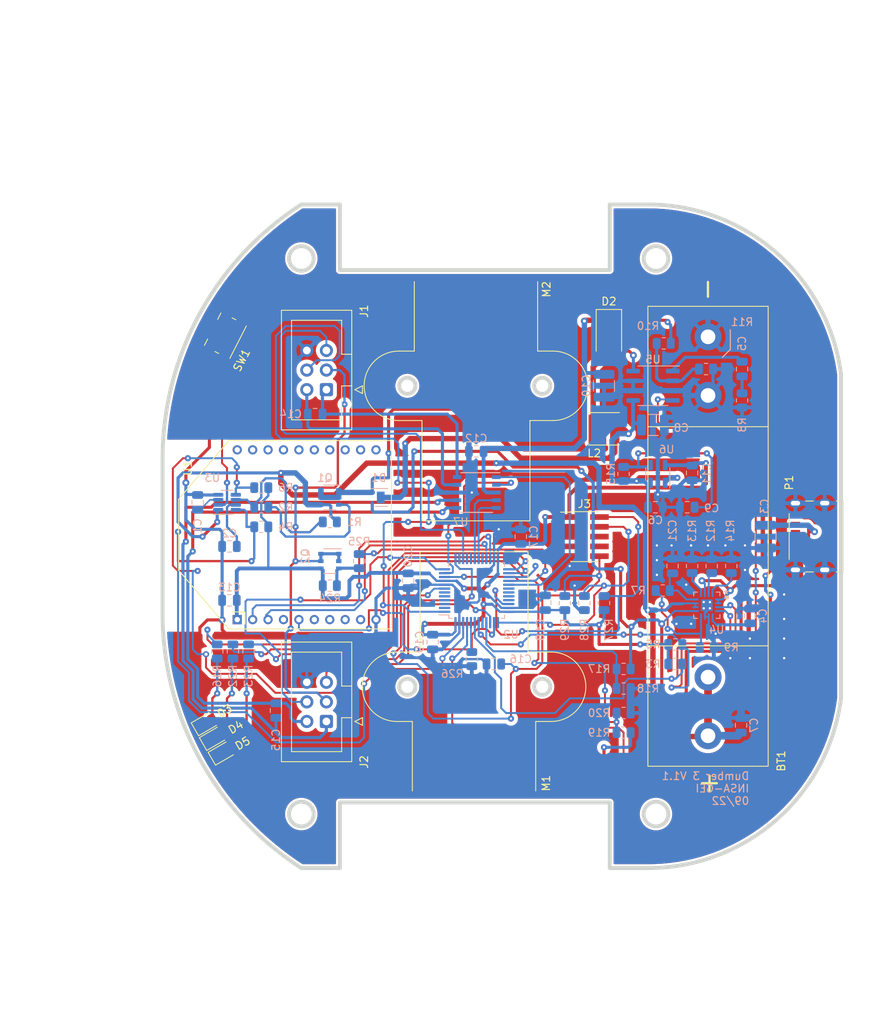
<source format=kicad_pcb>
(kicad_pcb (version 20211014) (generator pcbnew)
  (title_block (title "Dumber-3") (date "2022-06-14") (rev "1.1") (company "INSA-GEI"))
  (layers (0 "F.Cu" signal) (31 "B.Cu" signal) (34 "B.Paste" user) (35 "F.Paste" user) (36 "B.SilkS" user "B.Silkscreen") (37 "F.SilkS" user "F.Silkscreen") (38 "B.Mask" user) (39 "F.Mask" user) (44 "Edge.Cuts" user))
  (net 0 "")
  (net 1 "+BATT")
  (net 2 "GND")
  (net 3 "Net-(C1-Pad1)")
  (net 4 "Net-(C2-Pad1)")
  (net 5 "VBUS")
  (net 6 "Net-(C4-Pad1)")
  (net 7 "Net-(C5-Pad1)")
  (net 8 "Net-(C5-Pad2)")
  (net 9 "+2V5")
  (net 10 "+5V")
  (net 11 "/Power_Charge/Sense_BATT")
  (net 12 "Net-(C9-Pad1)")
  (net 15 "Net-(Q1-Pad3)")
  (net 16 "Net-(D2-Pad2)")
  (net 17 "/Cpu/RESET")
  (net 18 "Net-(J1-Pad3)")
  (net 19 "Net-(C21-Pad1)")
  (net 20 "Net-(Q2-Pad3)")
  (net 21 "Net-(R7-Pad2)")
  (net 22 "Net-(R10-Pad1)")
  (net 23 "Net-(R12-Pad1)")
  (net 24 "Net-(R13-Pad1)")
  (net 25 "Net-(R14-Pad1)")
  (net 26 "/Cpu/OUTGAUCHE_A")
  (net 27 "/Cpu/OUTGAUCHE_B")
  (net 28 "/Cpu/OUTDROIT_A")
  (net 30 "/Cpu/OUTDROIT_B")
  (net 33 "Net-(SW1-Pad2)")
  (net 35 "Net-(D3-Pad2)")
  (net 39 "Net-(D4-Pad2)")
  (net 46 "Net-(D5-Pad2)")
  (net 47 "/Cpu/ENCGAUCHE_A")
  (net 48 "/Cpu/ENCGAUCHE_B")
  (net 49 "/Cpu/ENCDROIT_A")
  (net 50 "/Cpu/ENCDROIT_B")
  (net 51 "/Cpu/LED_ROUGE")
  (net 52 "/Cpu/LED_ORANGE")
  (net 53 "/Cpu/LED_VERTE")
  (net 54 "/Cpu/USART_RX")
  (net 61 "/Cpu/USART_TX")
  (net 62 "/Cpu/XBEE_RESET")
  (net 68 "Net-(R1-Pad1)")
  (net 69 "/Cpu/CHARGER_ST1")
  (net 71 "/Cpu/SHUTDOWN")
  (net 72 "/Cpu/CHARGER_ST2")
  (net 73 "/Cpu/PWM_GAUCHE_A")
  (net 74 "/Cpu/PWM_GAUCHE_B")
  (net 75 "/Cpu/BUTTON_SENSE")
  (net 76 "/Cpu/USB_SENSE")
  (net 77 "/Cpu/BATTERY_SENSE")
  (net 78 "/Cpu/SHUTDOWN_ENC")
  (net 79 "Net-(R26-Pad2)")
  (net 84 "/Cpu/SWDIO")
  (net 85 "/Cpu/PWM_DROIT_A")
  (net 86 "/Cpu/PWM_DROIT_B")
  (net 87 "/Cpu/SWCLK")
  (net 88 "/Cpu/SHUTDOWN_5V")
  (net 90 "Net-(C6-Pad1)")
  (footprint "INSA:Motor Pololu HPCB with encoder" (layer "F.Cu") (at 150.15 150 90)
    (fp_text reference "M1")
    (fp_text value "Motor")
  )
  (footprint "Button_Switch_SMD:Panasonic_EVQPUJ_EVQPUA" (layer "F.Cu") (at 117.9 80 63)
    (fp_text reference "SW1")
    (fp_text value "SW_Push")
  )
  (footprint "Connector_IDC:IDC-Header_2x03_P2.54mm_Vertical" (layer "F.Cu") (at 131 87 180)
    (fp_text reference "J1")
    (fp_text value "Conn_02x03_Odd_Even")
  )
  (footprint "Diode_SMD:D_SMA" (layer "F.Cu") (at 167.64 80.01 -90)
    (fp_text reference "D2")
    (fp_text value "FM5818-W")
  )
  (footprint "Diode_SMD:D_0805_2012Metric" (layer "F.Cu") (at 117.6 133.985 30)
    (fp_text reference "D5")
    (fp_text value "LED")
  )
  (footprint "INSA:Motor Pololu HPCB with encoder" (layer "F.Cu") (at 150.4 62 -90)
    (fp_text reference "M2")
    (fp_text value "Motor")
  )
  (footprint "INSA:Battery-14500" (layer "F.Cu") (at 180.5 106 90)
    (fp_text reference "BT1")
    (fp_text value "Li-ION")
  )
  (footprint "Connector_IDC:IDC-Header_2x03_P2.54mm_Vertical" (layer "F.Cu") (at 131 130 180)
    (fp_text reference "J2")
    (fp_text value "Conn_02x03_Odd_Even")
  )
  (footprint "INSA:USB_C_Receptacle_GCT_USB4125" (layer "F.Cu") (at 191.155 110.5 90)
    (fp_text reference "P1")
    (fp_text value "USB_C_Plug_GCT_USB4125")
  )
  (footprint "Connector_PinHeader_1.27mm:PinHeader_2x05_P1.27mm_Vertical_SMD" (layer "F.Cu") (at 164.465 106.045)
    (fp_text reference "J3")
    (fp_text value "Conn_02x05_Odd_Even")
  )
  (footprint "Inductor_SMD:L_Taiyo-Yuden_MD-4040" (layer "F.Cu") (at 167.005 92.075 180)
    (fp_text reference "L2")
    (fp_text value "22µH")
  )
  (footprint "INSA:XBEE-3-TH" (layer "F.Cu") (at 139.435 118 90)
    (fp_text reference "U1")
    (fp_text value "XBEE-3")
  )
  (footprint "Diode_SMD:D_0805_2012Metric" (layer "F.Cu") (at 116.459 132.08 30)
    (fp_text reference "D4")
    (fp_text value "LED")
  )
  (footprint "Diode_SMD:D_0805_2012Metric" (layer "F.Cu") (at 115.4 130.175 30)
    (fp_text reference "D3")
    (fp_text value "LED")
  )
  (footprint "Capacitor_SMD:C_0805_2012Metric" (layer "B.Cu") (at 156.21 106.045 90)
    (fp_text reference "C17")
    (fp_text value "100nF")
  )
  (footprint "Resistor_SMD:R_0805_2012Metric" (layer "B.Cu") (at 174.752 81)
    (fp_text reference "R10")
    (fp_text value "3.72K")
  )
  (footprint "Package_QFP:LQFP-48_7x7mm_P0.5mm" (layer "B.Cu") (at 150.495 113.03)
    (fp_text reference "U2")
    (fp_text value "STM32L010C6Tx")
  )
  (footprint "Capacitor_SMD:C_0805_2012Metric" (layer "B.Cu") (at 185.928 116.332 90)
    (fp_text reference "C4")
    (fp_text value "10nF")
  )
  (footprint "Resistor_SMD:R_0805_2012Metric" (layer "B.Cu") (at 174.625 113.03 180)
    (fp_text reference "R7")
    (fp_text value "1K")
  )
  (footprint "Capacitor_SMD:C_0805_2012Metric" (layer "B.Cu") (at 141.605 111.76 -90)
    (fp_text reference "C20")
    (fp_text value "100nF")
  )
  (footprint "Resistor_SMD:R_0805_2012Metric" (layer "B.Cu") (at 169.545 123.19 180)
    (fp_text reference "R17")
    (fp_text value "150K")
  )
  (footprint "Capacitor_SMD:C_0805_2012Metric" (layer "B.Cu") (at 173.675 102.235)
    (fp_text reference "C6")
    (fp_text value "1µF")
  )
  (footprint "Resistor_SMD:R_0805_2012Metric" (layer "B.Cu") (at 176.2525 122.555)
    (fp_text reference "R3")
    (fp_text value "1K")
  )
  (footprint "Capacitor_SMD:C_0805_2012Metric" (layer "B.Cu") (at 144.78 119.7 -90)
    (fp_text reference "C19")
    (fp_text value "100nF")
  )
  (footprint "Package_TO_SOT_SMD:SOT-23-8" (layer "B.Cu") (at 118.11 101.6)
    (fp_text reference "U3")
    (fp_text value "LTC2954-2")
  )
  (footprint "Package_SO:TSOP-6_1.65x3.05mm_P0.95mm" (layer "B.Cu") (at 131.445 109.22 180)
    (fp_text reference "Q2")
    (fp_text value "PMN52XP")
  )
  (footprint "Capacitor_SMD:C_0805_2012Metric" (layer "B.Cu") (at 175.895 109.855 90)
    (fp_text reference "C21")
    (fp_text value "1nF")
  )
  (footprint "Resistor_SMD:R_0805_2012Metric" (layer "B.Cu") (at 131.445 112.395)
    (fp_text reference "R24")
    (fp_text value "100K")
  )
  (footprint "Resistor_SMD:R_0805_2012Metric" (layer "B.Cu") (at 131.445 104.14)
    (fp_text reference "R1")
    (fp_text value "100K")
  )
  (footprint "Capacitor_SMD:C_0805_2012Metric" (layer "B.Cu") (at 184.785 130.49 90)
    (fp_text reference "C7")
    (fp_text value "1µF")
  )
  (footprint "Resistor_SMD:R_0805_2012Metric" (layer "B.Cu") (at 116.84 120.9275 -90)
    (fp_text reference "R16")
    (fp_text value "1K")
  )
  (footprint "Resistor_SMD:R_0805_2012Metric" (layer "B.Cu") (at 178.435 109.855 90)
    (fp_text reference "R13")
    (fp_text value "2.2K")
  )
  (footprint "Package_SO:SSOP-10_3.9x4.9mm_P1.00mm" (layer "B.Cu") (at 150.495 100.33 180)
    (fp_text reference "U7")
    (fp_text value "A3909")
  )
  (footprint "Capacitor_SMD:C_1210_3225Metric" (layer "B.Cu") (at 187.96 106.045 -90)
    (fp_text reference "C3")
    (fp_text value "100µF")
  )
  (footprint "Resistor_SMD:R_0805_2012Metric" (layer "B.Cu") (at 122.555 102.235 180)
    (fp_text reference "R2")
    (fp_text value "100K")
  )
  (footprint "Capacitor_SMD:C_1210_3225Metric" (layer "B.Cu") (at 173.355 91.5725)
    (fp_text reference "C8")
    (fp_text value "100µF")
  )
  (footprint "Resistor_SMD:R_0805_2012Metric" (layer "B.Cu") (at 176.2525 120.015)
    (fp_text reference "R5")
    (fp_text value "1K")
  )
  (footprint "Resistor_SMD:R_0805_2012Metric" (layer "B.Cu") (at 180.2365 84.328 180)
    (fp_text reference "R11")
    (fp_text value "1.28K")
  )
  (footprint "Capacitor_SMD:C_0805_2012Metric" (layer "B.Cu") (at 184.912 84.328 -90)
    (fp_text reference "C5")
    (fp_text value "100nF")
  )
  (footprint "Resistor_SMD:R_0805_2012Metric" (layer "B.Cu") (at 169.545 125.73)
    (fp_text reference "R18")
    (fp_text value "100K")
  )
  (footprint "Resistor_SMD:R_0805_2012Metric" (layer "B.Cu") (at 169.545 131.445 180)
    (fp_text reference "R19")
    (fp_text value "150K")
  )
  (footprint "Capacitor_SMD:C_0805_2012Metric" (layer "B.Cu") (at 118.425 114.3 180)
    (fp_text reference "C13")
    (fp_text value "1µF")
  )
  (footprint "INSA:L6924UTR" (layer "B.Cu") (at 180.34 114.935 180)
    (fp_text reference "U4")
    (fp_text value "L6924U" hide)
  )
  (footprint "Resistor_SMD:R_0805_2012Metric" (layer "B.Cu") (at 180.34 120.396)
    (fp_text reference "R9")
    (fp_text value "470R")
  )
  (footprint "Resistor_SMD:R_0805_2012Metric" (layer "B.Cu") (at 183.515 109.855 90)
    (fp_text reference "R14")
    (fp_text value "25.5K")
  )
  (footprint "Resistor_SMD:R_0805_2012Metric" (layer "B.Cu") (at 161.925 114.6575 90)
    (fp_text reference "R29")
    (fp_text value "100K")
  )
  (footprint "Capacitor_SMD:C_1210_3225Metric" (layer "B.Cu") (at 167.005 86.4925 -90)
    (fp_text reference "C10")
    (fp_text value "100µF")
  )
  (footprint "Resistor_SMD:R_0805_2012Metric" (layer "B.Cu") (at 149.86 121.92 90)
    (fp_text reference "R26")
    (fp_text value "10K")
  )
  (footprint "Resistor_SMD:R_0805_2012Metric" (layer "B.Cu") (at 164.465 114.6575 -90)
    (fp_text reference "R28")
    (fp_text value "100K")
  )
  (footprint "Resistor_SMD:R_0805_2012Metric" (layer "B.Cu") (at 184.912 88.392 90)
    (fp_text reference "R8")
    (fp_text value "5K")
  )
  (footprint "Resistor_SMD:R_0805_2012Metric" (layer "B.Cu") (at 122.555 99.695 180)
    (fp_text reference "R6")
    (fp_text value "10K")
  )
  (footprint "Resistor_SMD:R_0805_2012Metric" (layer "B.Cu") (at 135.255 109.22 90)
    (fp_text reference "R25")
    (fp_text value "10R")
  )
  (footprint "Resistor_SMD:R_0805_2012Metric" (layer "B.Cu") (at 167.005 114.6575 90)
    (fp_text reference "R27")
    (fp_text value "100K")
  )
  (footprint "Capacitor_SMD:C_0805_2012Metric" (layer "B.Cu") (at 129.54 90.17 180)
    (fp_text reference "C14")
    (fp_text value "470nF")
  )
  (footprint "Resistor_SMD:R_0805_2012Metric" (layer "B.Cu") (at 120.904 120.9275 -90)
    (fp_text reference "R23")
    (fp_text value "820")
  )
  (footprint "Resistor_SMD:R_0805_2012Metric" (layer "B.Cu") (at 180.975 109.855 90)
    (fp_text reference "R12")
    (fp_text value "25.5K")
  )
  (footprint "Capacitor_SMD:C_0805_2012Metric" (layer "B.Cu") (at 124.46 128.585 90)
    (fp_text reference "C15")
    (fp_text value "470nF")
  )
  (footprint "Capacitor_SMD:C_0805_2012Metric" (layer "B.Cu") (at 150.434 94.996 180)
    (fp_text reference "C12")
    (fp_text value "1µF")
  )
  (footprint "Capacitor_SMD:C_0805_2012Metric" (layer "B.Cu") (at 114.3 101.6 90)
    (fp_text reference "C1")
    (fp_text value "10nF")
  )
  (footprint "Package_SO:TSOP-6_1.65x3.05mm_P0.95mm" (layer "B.Cu") (at 131.445 100.965 180)
    (fp_text reference "Q1")
    (fp_text value "PMN52XP")
  )
  (footprint "Package_TO_SOT_SMD:SOT-23-5" (layer "B.Cu") (at 173.99 97.9225 90)
    (fp_text reference "U6")
    (fp_text value "TC1186")
  )
  (footprint "Capacitor_SMD:C_0805_2012Metric" (layer "B.Cu") (at 177.8 102.235 180)
    (fp_text reference "C9")
    (fp_text value "100pF")
  )
  (footprint "Capacitor_SMD:C_0805_2012Metric" (layer "B.Cu") (at 178.435 97.79 -90)
    (fp_text reference "C11")
    (fp_text value "1µF")
  )
  (footprint "Capacitor_SMD:C_0805_2012Metric" (layer "B.Cu") (at 159.385 114.615 90)
    (fp_text reference "C18")
    (fp_text value "100nF")
  )
  (footprint "Resistor_SMD:R_0805_2012Metric" (layer "B.Cu") (at 118.872 120.9275 -90)
    (fp_text reference "R22")
    (fp_text value "1K")
  )
  (footprint "INSA:Nexperia_SOT-1061" (layer "B.Cu") (at 136.795 99.965 -90)
    (fp_text reference "D1")
    (fp_text value "PMEG2020CPA")
  )
  (footprint "Package_SO:SO-8_3.9x4.9mm_P1.27mm" (layer "B.Cu") (at 173.355 86.4925 180)
    (fp_text reference "U5")
    (fp_text value "NCV5171")
  )
  (footprint "Capacitor_SMD:C_0805_2012Metric" (layer "B.Cu") (at 152.72 122.555 180)
    (fp_text reference "C16")
    (fp_text value "100nF")
  )
  (footprint "Resistor_SMD:R_0805_2012Metric" (layer "B.Cu") (at 122.555 104.775 180)
    (fp_text reference "R4")
    (fp_text value "100K")
  )
  (footprint "Capacitor_SMD:C_0805_2012Metric" (layer "B.Cu") (at 118.425 107.315 180)
    (fp_text reference "C2")
    (fp_text value "68nF")
  )
  (footprint "Resistor_SMD:R_0805_2012Metric" (layer "B.Cu") (at 169.545 97.9225 -90)
    (fp_text reference "R15")
    (fp_text value "1M")
  )
  (footprint "Resistor_SMD:R_0805_2012Metric" (layer "B.Cu") (at 169.545 128.905)
    (fp_text reference "R20")
    (fp_text value "100K")
  )
  (gr_line (start 183.388 81.788) (end 182.372 82.804) (layer "B.SilkS") (width 0.15))
  (gr_line (start 183.388 79.248) (end 183.388 81.788) (layer "B.SilkS") (width 0.15))
  (gr_circle locked (center 173.75 70) (end 173.75 69.99) (layer "Edge.Cuts") (width 0.0001) (fill solid))
  (gr_circle locked (center 141.5 86.5) (end 141.5 86.49) (layer "Edge.Cuts") (width 0.0001) (fill solid))
  (gr_circle locked (center 173.75 70) (end 173.75 68.4) (layer "Edge.Cuts") (width 0.5) (fill none))
  (gr_circle locked (center 141.5 86.5) (end 141.5 85.45) (layer "Edge.Cuts") (width 0.5) (fill none))
  (gr_line locked (start 167.75 63) (end 167.75 71.5) (layer "Edge.Cuts") (width 0.5))
  (gr_line locked (start 109.75 96) (end 109.75 116) (layer "Edge.Cuts") (width 0.5))
  (gr_circle locked (center 127.75 142) (end 127.75 140.4) (layer "Edge.Cuts") (width 0.5) (fill none))
  (gr_arc locked (start 109.75 96) (mid 114.542599 77.205054) (end 127.75 63) (layer "Edge.Cuts") (width 0.5))
  (gr_line locked (start 197.75 127) (end 197.75 85) (layer "Edge.Cuts") (width 0.5))
  (gr_circle locked (center 127.75 70) (end 127.75 68.4) (layer "Edge.Cuts") (width 0.5) (fill none))
  (gr_line locked (start 167.75 149) (end 172.75 149) (layer "Edge.Cuts") (width 0.5))
  (gr_line locked (start 172.75 63) (end 167.75 63) (layer "Edge.Cuts") (width 0.5))
  (gr_circle locked (center 159 125.5) (end 159 125.49) (layer "Edge.Cuts") (width 0.0001) (fill solid))
  (gr_circle locked (center 159 86.5) (end 159 86.49) (layer "Edge.Cuts") (width 0.0001) (fill solid))
  (gr_circle locked (center 149 116) (end 149 115.99) (layer "Edge.Cuts") (width 0.0001) (fill solid))
  (gr_line locked (start 132.75 149) (end 132.75 140.5) (layer "Edge.Cuts") (width 0.5))
  (gr_line locked (start 167.75 140.5) (end 167.75 149) (layer "Edge.Cuts") (width 0.5))
  (gr_line locked (start 127.75 149) (end 132.75 149) (layer "Edge.Cuts") (width 0.5))
  (gr_line locked (start 167.75 71.5) (end 132.75 71.5) (layer "Edge.Cuts") (width 0.5))
  (gr_circle locked (center 127.75 70) (end 127.75 69.99) (layer "Edge.Cuts") (width 0.0001) (fill solid))
  (gr_arc locked (start 127.75 149) (mid 114.542599 134.794946) (end 109.75 116) (layer "Edge.Cuts") (width 0.5))
  (gr_circle locked (center 173.75 142) (end 173.75 140.4) (layer "Edge.Cuts") (width 0.5) (fill none))
  (gr_circle locked (center 149 96) (end 149 95.99) (layer "Edge.Cuts") (width 0.0001) (fill solid))
  (gr_line locked (start 132.75 63) (end 127.75 63) (layer "Edge.Cuts") (width 0.5))
  (gr_line locked (start 132.75 71.5) (end 132.75 63) (layer "Edge.Cuts") (width 0.5))
  (gr_arc locked (start 172.75 63) (mid 189.400824 69.283153) (end 197.75 85) (layer "Edge.Cuts") (width 0.5))
  (gr_circle locked (center 159 86.5) (end 159 85.45) (layer "Edge.Cuts") (width 0.5) (fill none))
  (gr_circle locked (center 173.75 142) (end 173.75 141.99) (layer "Edge.Cuts") (width 0.0001) (fill solid))
  (gr_circle locked (center 141.5 125.5) (end 141.5 125.49) (layer "Edge.Cuts") (width 0.0001) (fill solid))
  (gr_line locked (start 132.75 140.5) (end 167.75 140.5) (layer "Edge.Cuts") (width 0.5))
  (gr_circle locked (center 159 125.5) (end 159 124.45) (layer "Edge.Cuts") (width 0.5) (fill none))
  (gr_circle locked (center 141.5 125.5) (end 141.5 124.45) (layer "Edge.Cuts") (width 0.5) (fill none))
  (gr_arc locked (start 197.75 127) (mid 189.400826 142.716848) (end 172.75 149) (layer "Edge.Cuts") (width 0.5))
  (gr_circle locked (center 127.75 142) (end 127.75 141.99) (layer "Edge.Cuts") (width 0.0001) (fill solid))
  (gr_text "Dumber 3 V1.1\nINSA-GEI\n09/22\n" (at 185.928 138.684) (layer "B.SilkS") (effects (font (size 1 1)) (justify left mirror)))
  (segment (start 126.606699 100.644511) (end 125.095 99.132812) (width 0.7) (layer "F.Cu") (net 1))
  (segment (start 173.355 116.205) (end 173.355 131.445) (width 0.7) (layer "F.Cu") (net 1))
  (segment (start 136.24427 96.52) (end 132.119759 100.644511) (width 0.7) (layer "F.Cu") (net 1))
  (segment (start 153.035 96.52) (end 136.24427 96.52) (width 0.7) (layer "F.Cu") (net 1))
  (segment (start 132.119759 100.644511) (end 126.606699 100.644511) (width 0.7) (layer "F.Cu") (net 1))
  (segment (start 180.5 126.652) (end 180.5 131.85) (width 1) (layer "F.Cu") (net 1))
  (segment (start 180.5 124.25) (end 180.5 126.652) (width 1) (layer "F.Cu") (net 1))
  (segment (start 173.355 131.445) (end 173.863 131.953) (width 0.7) (layer "F.Cu") (net 1))
  (segment (start 125.095 99.132812) (end 125.095 97.79) (width 0.7) (layer "F.Cu") (net 1))
  (segment (start 180.5 131.953) (end 180.5 126.652) (width 0.7) (layer "F.Cu") (net 1))
  (segment (start 173.863 131.953) (end 180.5 131.953) (width 0.7) (layer "F.Cu") (net 1))
  (segment (start 114.935 106.045) (end 116.84 104.14) (width 0.4) (layer "F.Cu") (net 1))
  (segment (start 172.72 115.57) (end 173.355 116.205) (width 0.7) (layer "F.Cu") (net 1))
  (via (at 114.935 106.045) (size 0.8) (drill 0.3) (layers "F.Cu" "B.Cu") (net 1))
  (via (at 172.72 115.57) (size 0.9) (drill 0.4) (layers "F.Cu" "B.Cu") (net 1))
  (via (at 153.035 96.52) (size 0.8) (drill 0.3) (layers "F.Cu" "B.Cu") (net 1))
  (via (at 125.095 97.79) (size 0.8) (drill 0.3) (layers "F.Cu" "B.Cu") (net 1))
  (via (at 116.84 104.14) (size 0.8) (drill 0.3) (layers "F.Cu" "B.Cu") (net 1))
  (segment (start 131.379 101.915) (end 131.572 102.108) (width 0.4) (layer "B.Cu") (net 1))
  (segment (start 166.37 97.155) (end 165.735 96.52) (width 0.7) (layer "B.Cu") (net 1))
  (segment (start 130.285 101.915) (end 128.585 101.915) (width 0.7) (layer "B.Cu") (net 1))
  (segment (start 184.725 131.5) (end 184.785 131.44) (width 0.4) (layer "B.Cu") (net 1))
  (segment (start 172.399511 115.249511) (end 172.399511 103.819511) (width 0.7) (layer "B.Cu") (net 1))
  (segment (start 112.395 97.79) (end 111.76 98.425) (width 0.4) (layer "B.Cu") (net 1))
  (segment (start 113.665 106.045) (end 114.935 106.045) (width 0.4) (layer "B.Cu") (net 1))
  (segment (start 128.27 99.06) (end 127 97.79) (width 0.7) (layer "B.Cu") (net 1))
  (segment (start 180.5 131.85) (end 184.375 131.85) (width 1) (layer "B.Cu") (net 1))
  (segment (start 130.285 101.915) (end 131.379 101.915) (width 0.4) (layer "B.Cu") (net 1))
  (segment (start 131.572 103.3545) (end 131.968591 103.751091) (width 0.4) (layer "B.Cu") (net 1))
  (segment (start 178.8668 114.685) (end 178.8668 115.185) (width 0.25) (layer "B.Cu") (net 1))
  (segment (start 131.572 102.108) (end 131.572 103.3545) (width 0.4) (layer "B.Cu") (net 1))
  (segment (start 173.99 115.57) (end 175.006 115.57) (width 0.4) (layer "B.Cu") (net 1))
  (segment (start 116.84 104.14) (end 116.84 102.7075) (width 0.4) (layer "B.Cu") (net 1))
  (segment (start 125.095 97.79) (end 127 97.79) (width 0.7) (layer "B.Cu") (net 1))
  (segment (start 128.585 101.915) (end 128.27 101.6) (width 0.7) (layer "B.Cu") (net 1))
  (segment (start 116.84 102.7075) (end 116.9725 102.575) (width 0.4) (layer "B.Cu") (net 1))
  (segment (start 111.76 104.14) (end 113.665 106.045) (width 0.4) (layer "B.Cu") (net 1))
  (segment (start 184.375 131.85) (end 184.785 131.44) (width 1) (layer "B.Cu") (net 1))
  (segment (start 128.27 101.6) (end 128.27 99.06) (width 0.7) (layer "B.Cu") (net 1))
  (segment (start 111.76 98.425) (end 111.76 104.14) (width 0.4) (layer "B.Cu") (net 1))
  (segment (start 172.72 115.57) (end 172.399511 115.249511) (width 0.7) (layer "B.Cu") (net 1))
  (segment (start 165.735 96.52) (end 153.035 96.52) (width 0.7) (layer "B.Cu") (net 1))
  (segment (start 173.99 115.57) (end 173.7125 115.57) (width 0.25) (layer "B.Cu") (net 1))
  (segment (start 172.72 115.57) (end 173.7125 115.57) (width 0.7) (layer "B.Cu") (net 1))
  (segment (start 177.308216 114.685) (end 177.238608 114.754608) (width 0.25) (layer "B.Cu") (net 1))
  (segment (start 172.399511 103.819511) (end 170.815 102.235) (width 0.7) (layer "B.Cu") (net 1))
  (segment (start 178.8668 114.685) (end 177.308216 114.685) (width 0.25) (layer "B.Cu") (net 1))
  (segment (start 112.395 97.79) (end 125.095 97.79) (width 0.4) (layer "B.Cu") (net 1))
  (segment (start 170.815 102.235) (end 166.37 102.235) (width 0.7) (layer "B.Cu") (net 1))
  (segment (start 166.37 102.235) (end 166.37 97.155) (width 0.7) (layer "B.Cu") (net 1))
  (segment (start 175.006 115.57) (end 175.821392 114.754608) (width 0.4) (layer "B.Cu") (net 1))
  (segment (start 175.821392 114.754608) (end 177.238608 114.754608) (width 0.4) (layer "B.Cu") (net 1))
  (segment (start 118.11 118.745) (end 117.475 118.11) (width 0.4) (layer "F.Cu") (net 2))
  (segment (start 165.1 100.584) (end 173.99 100.584) (width 0.4) (layer "F.Cu") (net 2))
  (segment (start 190.06 108.78) (end 189.865 108.585) (width 0.4) (layer "F.Cu") (net 2))
  (segment (start 163.195 112.395) (end 162.515 111.715) (width 0.4) (layer "F.Cu") (net 2))
  (segment (start 189.865 108.585) (end 189.865 103.505) (width 0.4) (layer "F.Cu") (net 2))
  (segment (start 191.835 103.28) (end 191.835 101.71) (width 0.7) (layer "F.Cu") (net 2))
  (segment (start 191.835 108.78) (end 190.06 108.78) (width 0.4) (layer "F.Cu") (net 2))
  (segment (start 118.745 75.565) (end 127.635 75.565) (width 0.4) (layer "F.Cu") (net 2))
  (segment (start 118.33437 77.275216) (end 118.33437 75.97563) (width 0.4) (layer "F.Cu") (net 2))
  (segment (start 137.435 116.8) (end 137.435 118.47) (width 0.4) (layer "F.Cu") (net 2))
  (segment (start 137.16 118.745) (end 118.11 118.745) (width 0.4) (layer "F.Cu") (net 2))
  (segment (start 164.465 105.41) (end 164.465 107.734022) (width 0.4) (layer "F.Cu") (net 2))
  (segment (start 153.35 105.095) (end 150.18 105.095) (width 0.7) (layer "F.Cu") (net 2))
  (segment (start 115.824 94.488) (end 115.824 82.079919) (width 0.4) (layer "F.Cu") (net 2))
  (segment (start 162.515 104.775) (end 163.83 104.775) (width 0.4) (layer "F.Cu") (net 2))
  (segment (start 114.588101 130.64375) (end 114.588101 117.821899) (width 0.4) (layer "F.Cu") (net 2))
  (segment (start 163.614022 108.585) (end 162.515 108.585) (width 0.4) (layer "F.Cu") (net 2))
  (segment (start 114.588101 117.821899) (end 115.57 116.84) (width 0.4) (layer "F.Cu") (net 2))
  (segment (start 189.865 103.505) (end 190.09 103.28) (width 0.4) (layer "F.Cu") (net 2))
  (segment (start 118.33437 75.97563) (end 118.745 75.565) (width 0.4) (layer "F.Cu") (net 2))
  (segment (start 115.824 82.079919) (end 115.950919 81.953) (width 0.4) (layer "F.Cu") (net 2))
  (segment (start 190.09 103.28) (end 191.835 103.28) (width 0.4) (layer "F.Cu") (net 2))
  (segment (start 191.835 110.35) (end 191.835 108.78) (width 0.7) (layer "F.Cu") (net 2))
  (segment (start 115.647101 133.31275) (end 116.788101 134.45375) (width 0.4) (layer "F.Cu") (net 2))
  (segment (start 127.635 75.565) (end 128.46 76.39) (width 0.4) (layer "F.Cu") (net 2))
  (segment (start 115.57 81.572081) (end 115.950919 81.953) (width 0.4) (layer "F.Cu") (net 2))
  (segment (start 117.475 118.11) (end 117.475 116.84) (width 0.4) (layer "F.Cu") (net 2))
  (segment (start 180.5 80.15) (end 180.5 87.75) (width 1) (layer "F.Cu") (net 2))
  (segment (start 118.33437 77.275216) (end 115.57 80.039586) (width 0.4) (layer "F.Cu") (net 2))
  (segment (start 112.776 97.536) (end 115.824 94.488) (width 0.4) (layer "F.Cu") (net 2))
  (segment (start 149.86 104.775) (end 149.86 100.33) (width 0.7) (layer "F.Cu") (net 2))
  (segment (start 115.647101 132.54875) (end 115.647101 133.31275) (width 0.4) (layer "F.Cu") (net 2))
  (segment (start 164.465 105.41) (end 164.465 101.219) (width 0.4) (layer "F.Cu") (net 2))
  (segment (start 114.588101 131.48975) (end 115.647101 132.54875) (width 0.4) (layer "F.Cu") (net 2))
  (segment (start 150.18 105.095) (end 149.86 104.775) (width 0.7) (layer "F.Cu") (net 2))
  (segment (start 163.83 104.775) (end 164.465 105.41) (width 0.4) (layer "F.Cu") (net 2))
  (segment (start 164.465 101.219) (end 165.1 100.584) (width 0.4) (layer "F.Cu") (net 2))
  (segment (start 162.515 104.775) (end 162.515 106.045) (width 0.4) (layer "F.Cu") (net 2))
  (segment (start 115.57 116.84) (end 117.475 116.84) (width 0.4) (layer "F.Cu") (net 2))
  (segment (start 112.776 99.06) (end 112.776 97.536) (width 0.4) (layer "F.Cu") (net 2))
  (segment (start 164.465 107.734022) (end 163.614022 108.585) (width 0.4) (layer "F.Cu") (net 2))
  (segment (start 128.46 76.39) (end 128.46 81.92) (width 0.4) (layer "F.Cu") (net 2))
  (segment (start 114.588101 130.64375) (end 114.588101 131.48975) (width 0.4) (layer "F.Cu") (net 2))
  (segment (start 137.435 118.47) (end 137.16 118.745) (width 0.4) (layer "F.Cu") (net 2))
  (segment (start 115.57 80.039586) (end 115.57 81.572081) (width 0.4) (layer "F.Cu") (net 2))
  (segment (start 162.515 111.715) (end 162.515 108.585) (width 0.4) (layer "F.Cu") (net 2))
  (via (at 117.475 116.84) (size 0.9) (drill 0.4) (layers "F.Cu" "B.Cu") (net 2))
  (via (at 173.863 110.998) (size 0.8) (drill 0.3) (layers "F.Cu" "B.Cu") (net 2))
  (via (at 173.863 109.093) (size 0.8) (drill 0.3) (layers "F.Cu" "B.Cu") (net 2))
  (via (at 162.56 109.855) (size 0.8) (drill 0.3) (layers "F.Cu" "B.Cu") (net 2))
  (via (at 149.86 100.33) (size 0.8) (drill 0.3) (layers "F.Cu" "B.Cu") (net 2))
  (via (at 190.373 113.538) (size 0.8) (drill 0.3) (layers "F.Cu" "B.Cu") (net 2))
  (via (at 183.388 121.793) (size 0.8) (drill 0.3) (layers "F.Cu" "B.Cu") (net 2))
  (via (at 190.373 119.253) (size 0.8) (drill 0.3) (layers "F.Cu" "B.Cu") (net 2))
  (via (at 177.673 112.268) (size 0.8) (drill 0.3) (layers "F.Cu" "B.Cu") (net 2))
  (via (at 181.483 118.618) (size 0.8) (drill 0.3) (layers "F.Cu" "B.Cu") (net 2))
  (via (at 173.99 100.584) (size 0.8) (drill 0.3) (layers "F.Cu" "B.Cu") (net 2))
  (via (at 185.293 107.188) (size 0.8) (drill 0.3) (layers "F.Cu" "B.Cu") (net 2))
  (via (at 153.35 105.095) (size 0.8) (drill 0.3) (layers "F.Cu" "B.Cu") (net 2))
  (via (at 175.768 107.188) (size 0.8) (drill 0.3) (layers "F.Cu" "B.Cu") (net 2))
  (via (at 176.403 117.348) (size 0.8) (drill 0.3) (layers "F.Cu" "B.Cu") (net 2))
  (via (at 163.195 112.395) (size 0.8) (drill 0.3) (layers "F.Cu" "B.Cu") (net 2))
  (via (at 182.753 107.188) (size 0.8) (drill 0.3) (layers "F.Cu" "B.Cu") (net 2))
  (via (at 173.863 107.188) (size 0.8) (drill 0.3) (layers "F.Cu" "B.Cu") (net 2))
  (via (at 178.308 117.348) (size 0.8) (drill 0.3) (layers "F.Cu" "B.Cu") (net 2))
  (via (at 190.373 121.793) (size 0.8) (drill 0.3) (layers "F.Cu" "B.Cu") (net 2))
  (via (at 185.928 119.253) (size 0.8) (drill 0.3) (layers "F.Cu" "B.Cu") (net 2))
  (via (at 185.293 110.363) (size 0.8) (drill 0.3) (layers "F.Cu" "B.Cu") (net 2))
  (via (at 185.928 121.793) (size 0.8) (drill 0.3) (layers "F.Cu" "B.Cu") (net 2))
  (via (at 112.776 99.06) (size 0.9) (drill 0.4) (layers "F.Cu" "B.Cu") (net 2))
  (via (at 178.308 107.188) (size 0.8) (drill 0.3) (layers "F.Cu" "B.Cu") (net 2))
  (via (at 190.373 116.713) (size 0.8) (drill 0.3) (layers "F.Cu" "B.Cu") (net 2))
  (via (at 180.5 107.188) (size 0.8) (drill 0.3) (layers "F.Cu" "B.Cu") (net 2))
  (segment (start 148.59 121.92) (end 147.955 122.555) (width 0.3) (layer "B.Cu") (net 2))
  (segment (start 152.745 108.8675) (end 152.745 105.7) (width 0.3) (layer "B.Cu") (net 2))
  (segment (start 112.776 103.886) (end 113.98 105.09) (width 0.4) (layer "B.Cu") (net 2))
  (segment (start 191.135 129.54) (end 191.835 128.84) (width 1) (layer "B.Cu") (net 2))
  (segment (start 150.84 114.3) (end 150.84 113.756) (width 0.3) (layer "B.Cu") (net 2))
  (segment (start 173.99 100.965) (end 173.99 101.6) (width 0.5) (layer "B.Cu") (net 2))
  (segment (start 180.09 115.185) (end 180.34 114.935) (width 0.25) (layer "B.Cu") (net 2))
  (segment (start 181.2525 119.6575) (end 181.2525 120.396) (width 0.4) (layer "B.Cu") (net 2))
  (segment (start 184.912 89.3045) (end 182.0545 89.3045) (width 0.4) (layer "B.Cu") (net 2))
  (segment (start 112.776 100.584) (end 112.776 103.886) (width 0.4) (layer "B.Cu") (net 2))
  (segment (start 164.465 115.57) (end 163.83 115.57) (width 0.4) (layer "B.Cu") (net 2))
  (segment (start 170.4575 127.2305) (end 170.735 127.508) (width 0.7) (layer "B.Cu") (net 2))
  (segment (start 191.835 120.715) (end 191.835 115) (width 1) (layer "B.Cu") (net 2))
  (segment (start 191.835 110.35) (end 189.09 110.35) (width 0.7) (layer "B.Cu") (net 2))
  (segment (start 149.484 94.996) (end 149.484 91.816) (width 0.7) (layer "B.Cu") (net 2))
  (segment (start 112.776 100.584) (end 114.234 100.584) (width 0.4) (layer "B.Cu") (net 2))
  (segment (start 188.595 109.855) (end 188.595 109.22) (width 0.7) (layer "B.Cu") (net 2))
  (segment (start 184.404 127.508) (end 184.785 127.889) (width 1) (layer "B.Cu") (net 2))
  (segment (start 137.435 118.47) (end 137.435 116.8) (width 0.4) (layer "B.Cu") (net 2))
  (segment (start 153.416 75.692) (end 179.832 75.692) (width 0.7) (layer "B.Cu") (net 2))
  (segment (start 114.234 100.584) (end 114.3 100.65) (width 0.4) (layer "B.Cu") (net 2))
  (segment (start 177.485 98.74) (end 178.435 98.74) (width 0.5) (layer "B.Cu") (net 2))
  (segment (start 180.59 118.995) (end 181.2525 119.6575) (width 0.4) (layer "B.Cu") (net 2))
  (segment (start 151.384 110.236) (end 152.214361 110.236) (width 0.3) (layer "B.Cu") (net 2))
  (segment (start 112.776 99.06) (end 112.776 99.949) (width 0.4) (layer "B.Cu") (net 2))
  (segment (start 152.745 105.7) (end 153.35 105.095) (width 0.3) (layer "B.Cu") (net 2))
  (segment (start 184.785 127.889) (end 184.785 129.54) (width 1) (layer "B.Cu") (net 2))
  (segment (start 149.484 100.071) (end 149.484 94.996) (width 0.7) (layer "B.Cu") (net 2))
  (segment (start 180.09 116.4082) (end 180.59 116.4082) (width 0.25) (layer "B.Cu") (net 2))
  (segment (start 128.46 119.19) (end 128.905 118.745) (width 0.4) (layer "B.Cu") (net 2))
  (segment (start 148.245 117.1925) (end 148.245 118.526428) (width 0.3) (layer "B.Cu") (net 2))
  (segment (start 148.245 114.59) (end 148.245 113.193) (width 0.3) (layer "B.Cu") (net 2))
  (segment (start 180.5 76.36) (end 180.5 80.15) (width 0.7) (layer "B.Cu") (net 2))
  (segment (start 170.4575 125.73) (end 170.4575 127.2305) (width 1) (layer "B.Cu") (net 2))
  (segment (start 176.85 102.235) (end 176.85 108.27) (width 0.7) (layer "B.Cu") (net 2))
  (segment (start 141.605 112.71) (end 138.75 112.71) (width 0.4) (layer "B.Cu") (net 2))
  (segment (start 113.98 105.09) (end 117.155 105.09) (width 0.4) (layer "B.Cu") (net 2))
  (segment (start 117.475 105.41) (end 117.475 107.315) (width 0.4) (layer "B.Cu") (net 2))
  (segment (start 177.673 87.503) (end 177.92 87.75) (width 0.4) (layer "B.Cu") (net 2))
  (segment (start 179.832 75.692) (end 180.5 76.36) (width 0.7) (layer "B.Cu") (net 2))
  (segment (start 177.39 90.58) (end 177.8 90.17) (width 0.7) (layer "B.Cu") (net 2))
  (segment (start 147.332 112.28) (end 146.3325 112.28) (width 0.3) (layer "B.Cu") (net 2))
  (segment (start 185.928 115.382) (end 185.994 115.316) (width 1) (layer "B.Cu") (net 2))
  (segment (start 167.005 87.9675) (end 167.9375 87.9675) (width 0.7) (layer "B.Cu") (net 2))
  (segment (start 185.994 115.316) (end 191.803 115.316) (width 1) (layer "B.Cu") (net 2))
  (segment (start 112.776 99.949) (end 112.776 100.584) (width 0.4) (layer "B.Cu") (net 2))
  (segment (start 181.149 87.101) (end 180.5 87.75) (width 0.4) (layer "B.Cu") (net 2))
  (segment (start 178.435 108.9425) (end 177.5225 108.9425) (width 0.7) (layer "B.Cu") (net 2))
  (segment (start 163.195 114.935) (end 163.195 112.395) (width 0.4) (layer "B.Cu") (net 2))
  (segment (start 178.435 108.9425) (end 175.9325 108.9425) (width 0.7) (layer "B.Cu") (net 2))
  (segment (start 157.77 115.28) (end 159.385 113.665) (width 0.3) (layer "B.Cu") (net 2))
  (segment (start 176.85 102.235) (end 176.85 99.375) (width 0.5) (layer "B.Cu") (net 2))
  (segment (start 177.5225 108.9425) (end 176.85 108.27) (width 0.7) (layer "B.Cu") (net 2))
  (segment (start 147.945 100.33) (end 149.225 100.33) (width 0.5) (layer "B.Cu") (net 2))
  (segment (start 175.9325 108.9425) (end 175.895 108.905) (width 0.7) (layer "B.Cu") (net 2))
  (segment (start 177.92 87.75) (end 180.5 87.75) (width 0.7) (layer "B.Cu") (net 2))
  (segment (start 188.595 109.22) (end 188.595 107.52) (width 0.7) (layer "B.Cu") (net 2))
  (segment (start 177.673 87.503) (end 177.2975 87.1275) (width 0.7) (layer "B.Cu") (net 2))
  (segment (start 142.035 112.28) (end 141.605 112.71) (width 0.3) (layer "B.Cu") (net 2))
  (segment (start 153.683922 115.28) (end 152.183433 113.779511) (width 0.3) (layer "B.Cu") (net 2))
  (segment (start 148.245 118.526428) (end 146.121428 120.65) (width 0.3) (layer "B.Cu") (net 2))
  (segment (start 181.2525 120.396) (end 191.516 120.396) (width 1) (layer "B.Cu") (net 2))
  (segment (start 137.435 114.025) (end 137.435 116.8) (width 0.4) (layer "B.Cu") (net 2))
  (segment (start 149.743 100.33) (end 149.484 100.071) (width 0.7) (layer "B.Cu") (net 2))
  (segment (start 148.245 117.1925) (end 148.245 114.59) (width 0.3) (layer "B.Cu") (net 2))
  (segment (start 117.155 105.09) (end 117.475 105.41) (width 0.4) (layer "B.Cu") (net 2))
  (segment (start 174.625 102.235) (end 176.85 102.235) (width 0.4) (layer "B.Cu") (net 2))
  (segment (start 191.835 128.84) (end 191.835 120.715) (width 1) (layer "B.Cu") (net 2))
  (segment (start 151.77 122.555) (end 151.135 121.92) (width 0.3) (layer "B.Cu") (net 2))
  (segment (start 177.2975 87.1275) (end 175.93 87.1275) (width 0.7) (layer "B.Cu") (net 2))
  (segment (start 188.3175 108.9425) (end 188.595 109.22) (width 0.4) (layer "B.Cu") (net 2))
  (segment (start 173.99 93.726) (end 174.752 92.964) (width 0.5) (layer "B.Cu") (net 2))
  (segment (start 114.3 100.65) (end 116.9475 100.65) (width 0.4) (layer "B.Cu") (net 2))
  (segment (start 128.46 124.92) (end 128.46 119.19) (width 0.4) (layer "B.Cu") (net 2))
  (segment (start 177.8 90.17) (end 177.8 87.63) (width 0.7) (layer "B.Cu") (net 2))
  (segment (start 173.99 101.6) (end 174.625 102.235) (width 0.5) (layer "B.Cu") (net 2))
  (segment (start 116.9475 100.65) (end 116.9725 100.625) (width 0.4) (layer "B.Cu") (net 2))
  (segment (start 189.09 110.35) (end 188.595 109.855) (width 0.7) (layer "B.Cu") (net 2))
  (segment (start 151.135 121.92) (end 148.59 121.92) (width 0.3) (layer "B.Cu") (net 2))
  (segment (start 159.385 113.665) (end 159.385 113.03) (width 0.3) (layer "B.Cu") (net 2))
  (segment (start 195.635 101.7) (end 191.845 101.7) (width 0.7) (layer "B.Cu") (net 2))
  (segment (start 191.835 115) (end 191.835 110.35) (width 1) (layer "B.Cu") (net 2))
  (segment (start 173.99 99.06) (end 173.99 100.965) (width 0.4) (layer "B.Cu") (net 2))
  (segment (start 195.635 110.35) (end 191.835 110.35) (width 0.7) (layer "B.Cu") (net 2))
  (segment (start 176.85 99.375) (end 177.485 98.74) (width 0.5) (layer "B.Cu") (net 2))
  (segment (start 148.245 113.193) (end 147.332 112.28) (width 0.3) (layer "B.Cu") (net 2))
  (segment (start 180.59 117.86) (end 180.59 118.995) (width 0.4) (layer "B.Cu") (net 2))
  (segment (start 178.435 108.9425) (end 188.3175 108.9425) (width 0.7) (layer "B.Cu") (net 2))
  (segment (start 182.0545 89.3045) (end 180.5 87.75) (width 0.4) (layer "B.Cu") (net 2))
  (segment (start 150.55 114.59) (end 150.84 114.3) (width 0.3) (layer "B.Cu") (net 2))
  (segment (start 170.4575 127.2305) (end 170.4575 128.905) (width 1) (layer "B.Cu") (net 2))
  (segment (start 152.183433 113.779511) (end 150.863511 113.779511) (width 0.3) (layer "B.Cu") (net 2))
  (segment (start 168.7775 87.1275) (end 170.78 87.1275) (width 0.7) (layer "B.Cu") (net 2))
  (segment (start 191.845 101.7) (end 191.835 101.71) (width 0.4) (layer "B.Cu") (net 2))
  (segment (start 175.93 87.1275) (end 170.78 87.1275) (width 0.7) (layer "B.Cu") (net 2))
  (segment (start 173.99 99.06) (end 173.99 93.726) (width 0.5) (layer "B.Cu") (net 2))
  (segment (start 154.6575 115.28) (end 157.77 115.28) (width 0.3) (layer "B.Cu") (net 2))
  (segment (start 159.385 113.03) (end 162.56 109.855) (width 0.3) (layer "B.Cu") (net 2))
  (segment (start 138.75 112.71) (end 137.435 114.025) (width 0.4) (layer "B.Cu") (net 2))
  (segment (start 167.9375 87.9675) (end 168.7775 87.1275) (width 0.7) (layer "B.Cu") (net 2))
  (segment (start 149.225 100.33) (end 149.484 100.071) (width 0.7) (layer "B.Cu") (net 2))
  (segment (start 180.59 116.4082) (end 180.59 117.86) (width 0.25) (layer "B.Cu") (net 2))
  (segment (start 144.78 121.92) (end 144.78 120.65) (width 0.3) (layer "B.Cu") (net 2))
  (segment (start 154.6575 115.28) (end 153.683922 115.28) (width 0.3) (layer "B.Cu") (net 2))
  (segment (start 117.475 116.84) (end 117.475 114.3) (width 0.4) (layer "B.Cu") (net 2))
  (segment (start 195.635 110.35) (end 195.635 101.7) (width 0.7) (layer "B.Cu") (net 2))
  (segment (start 152.4 76.708) (end 153.416 75.692) (width 0.7) (layer "B.Cu") (net 2))
  (segment (start 150.84 113.756) (end 150.84 110.78) (width 0.3) (layer "B.Cu") (net 2))
  (segment (start 117.475 114.3) (end 117.475 107.315) (width 0.4) (layer "B.Cu") (net 2))
  (segment (start 177.8 87.63) (end 177.673 87.503) (width 0.4) (layer "B.Cu") (net 2))
  (segment (start 180.09 116.4082) (end 180.09 115.185) (width 0.25) (layer "B.Cu") (net 2))
  (segment (start 191.516 120.396) (end 191.835 120.715) (width 0.7) (layer "B.Cu") (net 2))
  (segment (start 147.955 122.555) (end 145.415 122.555) (width 0.3) (layer "B.Cu") (net 2))
  (segment (start 146.121428 120.65) (end 144.78 120.65) (width 0.3) (layer "B.Cu") (net 2))
  (segment (start 163.83 115.57) (end 163.195 114.935) (width 0.4) (layer "B.Cu") (net 2))
  (segment (start 174.752 91.6505) (end 174.83 91.5725) (width 0.5) (layer "B.Cu") (net 2))
  (segment (start 152.214361 110.236) (end 152.745 109.705361) (width 0.3) (layer "B.Cu") (net 2))
  (segment (start 150.84 110.78) (end 151.384 110.236) (width 0.3) (layer "B.Cu") (net 2))
  (segment (start 170.78 85.8575) (end 170.78 87.1275) (width 0.4) (layer "B.Cu") (net 2))
  (segment (start 137.16 118.745) (end 137.435 118.47) (width 0.4) (layer "B.Cu") (net 2))
  (segment (start 184.785 129.54) (end 191.135 129.54) (width 1) (layer "B.Cu") (net 2))
  (segment (start 150.863511 113.779511) (end 150.84 113.756) (width 0.3) (layer "B.Cu") (net 2))
  (segment (start 146.3325 112.28) (end 142.035 112.28) (width 0.3) (layer "B.Cu") (net 2))
  (segment (start 148.245 114.59) (end 150.55 114.59) (width 0.3) (layer "B.Cu") (net 2))
  (segment (start 170.735 127.508) (end 184.404 127.508) (width 1) (layer "B.Cu") (net 2))
  (segment (start 145.415 122.555) (end 144.78 121.92) (width 0.3) (layer "B.Cu") (net 2))
  (segment (start 128.905 118.745) (end 137.16 118.745) (width 0.4) (layer "B.Cu") (net 2))
  (segment (start 153.35 105.095) (end 156.21 105.095) (width 0.3) (layer "B.Cu") (net 2))
  (segment (start 181.149 84.328) (end 181.149 87.101) (width 0.4) (layer "B.Cu") (net 2))
  (segment (start 152.4 88.9) (end 152.4 76.708) (width 0.7) (layer "B.Cu") (net 2))
  (segment (start 175.2975 90.58) (end 177.39 90.58) (width 0.7) (layer "B.Cu") (net 2))
  (segment (start 152.745 109.705361) (end 152.745 108.8675) (width 0.3) (layer "B.Cu") (net 2))
  (segment (start 174.752 92.964) (end 174.752 91.6505) (width 0.5) (layer "B.Cu") (net 2))
  (segment (start 149.86 100.33) (end 149.743 100.33) (width 0.3) (layer "B.Cu") (net 2))
  (segment (start 149.484 91.816) (end 152.4 88.9) (width 0.7) (layer "B.Cu") (net 2))
  (segment (start 115.895 101.275) (end 116.9725 101.275) (width 0.2) (layer "B.Cu") (net 3))
  (segment (start 114.62 102.55) (end 115.895 101.275) (width 0.2) (layer "B.Cu") (net 3))
  (segment (start 114.3 102.55) (end 114.62 102.55) (width 0.2) (layer "B.Cu") (net 3))
  (segment (start 119.38 107.31) (end 119.375 107.315) (width 0.3) (layer "B.Cu") (net 4))
  (segment (start 118.11 104.775) (end 119.38 106.045) (width 0.3) (layer "B.Cu") (net 4))
  (segment (start 119.38 106.045) (end 119.38 107.31) (width 0.3) (layer "B.Cu") (net 4))
  (segment (start 118.11 102.236396) (end 118.11 104.775) (width 0.3) (layer "B.Cu") (net 4))
  (segment (start 119.2475 101.925) (end 118.421396 101.925) (width 0.3) (layer "B.Cu") (net 4))
  (segment (start 118.421396 101.925) (end 118.11 102.236396) (width 0.3) (layer "B.Cu") (net 4))
  (segment (start 182.118 111.76) (end 179.705 111.76) (width 0.4) (layer "F.Cu") (net 5))
  (segment (start 169.164 116.84) (end 170.053 117.729) (width 0.4) (layer "F.Cu") (net 5))
  (segment (start 193.548 107.442) (end 193.548 105.537) (width 0.4) (layer "F.Cu") (net 5))
  (segment (start 193.548 111.887) (end 193.04 112.395) (width 0.4) (layer "F.Cu") (net 5))
  (segment (start 174.498 117.348) (end 174.498 126.238) (width 0.4) (layer "F.Cu") (net 5))
  (segment (start 184.277 120.904) (end 184.785 120.396) (width 0.4) (layer "F.Cu") (net 5))
  (segment (start 170.053 117.729) (end 170.561 117.729) (width 0.4) (layer "F.Cu") (net 5))
  (segment (start 169.164 110.236) (end 169.164 116.84) (width 0.4) (layer "F.Cu") (net 5))
  (segment (start 191.835 107.55) (end 193.44 107.55) (width 0.4) (layer "F.Cu") (net 5))
  (segment (start 142.4045 94.996) (end 153.20315 94.996) (width 0.4) (layer "F.Cu") (net 5))
  (segment (start 193.44 107.55) (end 193.548 107.658) (width 0.4) (layer "F.Cu") (net 5))
  (segment (start 193.548 105.41) (end 193.548 104.648) (width 0.4) (layer "F.Cu") (net 5))
  (segment (start 153.20315 94.996) (end 155.23515 97.028) (width 0.4) (layer "F.Cu") (net 5))
  (segment (start 175.133 126.873) (end 177.038 126.873) (width 0.4) (layer "F.Cu") (net 5))
  (segment (start 177.673 120.904) (end 184.277 120.904) (width 0.4) (layer "F.Cu") (net 5))
  (segment (start 174.498 126.238) (end 175.133 126.873) (width 0.4) (layer "F.Cu") (net 5))
  (segment (start 193.548 104.648) (end 193.41 104.51) (width 0.4) (layer "F.Cu") (net 5))
  (segment (start 193.548 105.537) (end 193.675 105.41) (width 0.4) (layer "F.Cu") (net 5))
  (segment (start 183.388 113.03) (end 184.023 112.395) (width 0.4) (layer "F.Cu") (net 5))
  (segment (start 193.41 104.51) (end 191.835 104.51) (width 0.4) (layer "F.Cu") (net 5))
  (segment (start 184.785 120.396) (end 184.785 112.395) (width 0.4) (layer "F.Cu") (net 5))
  (segment (start 183.388 113.03) (end 182.118 111.76) (width 0.4) (layer "F.Cu") (net 5))
  (segment (start 193.04 112.395) (end 184.785 112.395) (width 0.4) (layer "F.Cu") (net 5))
  (segment (start 184.023 112.395) (end 184.785 112.395) (width 0.4) (layer "F.Cu") (net 5))
  (segment (start 177.673 126.238) (end 177.673 120.904) (width 0.4) (layer "F.Cu") (net 5))
  (segment (start 177.038 126.873) (end 177.673 126.238) (width 0.4) (layer "F.Cu") (net 5))
  (segment (start 193.44 107.55) (end 193.548 107.442) (width 0.4) (layer "F.Cu") (net 5))
  (segment (start 155.23515 97.028) (end 163.576 97.028) (width 0.4) (layer "F.Cu") (net 5))
  (segment (start 193.548 107.658) (end 193.548 111.887) (width 0.4) (layer "F.Cu") (net 5))
  (segment (start 163.576 97.028) (end 164.084 97.536) (width 0.4) (layer "F.Cu") (net 5))
  (segment (start 194.31 105.41) (end 193.675 105.41) (width 0.4) (layer "F.Cu") (net 5))
  (via (at 142.4045 94.996) (size 0.8) (drill 0.3) (layers "F.Cu" "B.Cu") (net 5))
  (via (at 169.164 110.236) (size 0.8) (drill 0.3) (layers "F.Cu" "B.Cu") (net 5))
  (via (at 194.31 105.41) (size 0.9) (drill 0.4) (layers "F.Cu" "B.Cu") (net 5))
  (via (at 183.388 113.03) (size 0.9) (drill 0.4) (layers "F.Cu" "B.Cu") (net 5))
  (via (at 174.498 117.348) (size 0.9) (drill 0.4) (layers "F.Cu" "B.Cu") (net 5))
  (via (at 164.084 97.536) (size 0.8) (drill 0.3) (layers "F.Cu" "B.Cu") (net 5))
  (via (at 170.561 117.729) (size 0.8) (drill 0.3) (layers "F.Cu" "B.Cu") (net 5))
  (via (at 179.705 111.76) (size 0.9) (drill 0.4) (layers "F.Cu" "B.Cu") (net 5))
  (segment (start 137.16 102.87) (end 141.605 102.87) (width 0.4) (layer "B.Cu") (net 5))
  (segment (start 142.24 95.25) (end 142.24 95.1605) (width 0.4) (layer "B.Cu") (net 5))
  (segment (start 174.498 117.348) (end 173.99 116.84) (width 0.4) (layer "B.Cu") (net 5))
  (segment (start 164.084 97.536) (end 165.608 99.06) (width 0.4) (layer "B.Cu") (net 5))
  (segment (start 166.116 110.236) (end 169.164 110.236) (width 0.4) (layer "B.Cu") (net 5))
  (segment (start 165.608 99.06) (end 165.608 109.728) (width 0.4) (layer "B.Cu") (net 5))
  (segment (start 171.45 116.84) (end 170.561 117.729) (width 0.4) (layer "B.Cu") (net 5))
  (segment (start 136.945 101.615) (end 136.945 102.655) (width 0.4) (layer "B.Cu") (net 5))
  (segment (start 142.24 95.1605) (end 142.4045 94.996) (width 0.4) (layer "B.Cu") (net 5))
  (segment (start 170.4575 123.19) (end 170.4575 117.8325) (width 0.4) (layer "B.Cu") (net 5))
  (segment (start 194.31 105.41) (end 193.47 104.57) (width 0.7) (layer "B.Cu") (net 5))
  (segment (start 176.160999 115.685001) (end 178.8668 115.685001) (width 0.25) (layer "B.Cu") (net 5))
  (segment (start 142.24 102.235) (end 142.24 95.25) (width 0.4) (layer "B.Cu") (net 5))
  (segment (start 181.8132 114.184999) (end 181.8132 114.685) (width 0.25) (layer "B.Cu") (net 5))
  (segment (start 173.99 116.84) (end 171.45 116.84) (width 0.4) (layer "B.Cu") (net 5))
  (segment (start 170.4575 117.8325) (end 170.561 117.729) (width 0.4) (layer "B.Cu") (net 5))
  (segment (start 183.388 113.157) (end 182.88 113.665) (width 0.4) (layer "B.Cu") (net 5))
  (segment (start 182.88 113.665) (end 182.360001 114.184999) (width 0.25) (layer "B.Cu") (net 5))
  (segment (start 180.09 112.145) (end 179.705 111.76) (width 0.25) (layer "B.Cu") (net 5))
  (segment (start 174.498 117.348) (end 176.160999 115.685001) (width 0.25) (layer "B.Cu") (net 5))
  (segment (start 165.608 109.728) (end 166.116 110.236) (width 0.4) (layer "B.Cu") (net 5))
  (segment (start 183.388 113.03) (end 183.388 113.157) (width 0.4) (layer "B.Cu") (net 5))
  (segment (start 136.945 102.655) (end 137.16 102.87) (width 0.4) (layer "B.Cu") (net 5))
  (segment (start 180.09 113.4618) (end 180.09 112.145) (width 0.25) (layer "B.Cu") (net 5))
  (segment (start 141.605 102.87) (end 142.24 102.235) (width 0.4) (layer "B.Cu") (net 5))
  (segment (start 182.360001 114.184999) (end 181.8132 114.184999) (width 0.25) (layer "B.Cu") (net 5))
  (segment (start 193.47 104.57) (end 188.595 104.57) (width 0.7) (layer "B.Cu") (net 5))
  (segment (start 185.735 117.475) (end 185.928 117.282) (width 0.4) (layer "B.Cu") (net 6))
  (segment (start 181.090001 116.955001) (end 181.090001 116.4082) (width 0.25) (layer "B.Cu") (net 6))
  (segment (start 181.61 117.475) (end 185.735 117.475) (width 0.4) (layer "B.Cu") (net 6))
  (segment (start 181.61 117.475) (end 181.090001 116.955001) (width 0.25) (layer "B.Cu") (net 6))
  (segment (start 184.338 82.804) (end 184.912 83.378) (width 0.4) (layer "B.Cu") (net 7))
  (segment (start 177.546 82.804) (end 184.338 82.804) (width 0.4) (layer "B.Cu") (net 7))
  (segment (start 175.93 84.5875) (end 175.93 84.42) (width 0.4) (layer "B.Cu") (net 7))
  (segment (start 175.93 84.42) (end 177.546 82.804) (width 0.4) (layer "B.Cu") (net 7))
  (segment (start 184.912 85.278) (end 184.912 87.4795) (width 0.4) (layer "B.Cu") (net 8))
  (segment (start 166.37 120.015) (end 166.37 117.475) (width 0.4) (layer "F.Cu") (net 9))
  (segment (start 151.384 116.332) (end 150.368 117.348) (width 0.5) (layer "F.Cu") (net 9))
  (segment (start 151.384251 114.808) (end 151.387793 114.811542) (width 0.3) (layer "F.Cu") (net 9))
  (segment (start 159.385 103.505) (end 162.515 103.505) (width 0.5) (layer "F.Cu") (net 9))
  (segment (start 150.864776 112.764776) (end 151.13 113.03) (width 0.5) (layer "F.Cu") (net 9))
  (segment (start 151.384 113.284) (end 151.384 114.808) (width 0.5) (layer "F.Cu") (net 9))
  (segment (start 150.368 117.348) (end 143.764 117.348) (width 0.5) (layer "F.Cu") (net 9))
  (segment (start 151.13 113.03) (end 151.384 113.284) (width 0.5) (layer "F.Cu") (net 9))
  (segment (start 179.705 99.695) (end 180.2255 99.1745) (width 0.5) (layer "F.Cu") (net 9))
  (segment (start 148.860122 112.764776) (end 150.864776 112.764776) (width 0.5) (layer "F.Cu") (net 9))
  (segment (start 171.704 120.015) (end 166.37 120.015) (width 0.4) (layer "F.Cu") (net 9))
  (segment (start 151.13 113.03) (end 151.892 112.268) (width 0.5) (layer "F.Cu") (net 9))
  (segment (start 151.384 114.808) (end 151.384251 114.808) (width 0.3) (layer "F.Cu") (net 9))
  (segment (start 163.449 99.695) (end 179.705 99.695) (width 0.5) (layer "F.Cu") (net 9))
  (segment (start 151.384 114.808) (end 151.384 116.332) (width 0.5) (layer "F.Cu") (net 9))
  (segment (start 162.515 100.629) (end 163.449 99.695) (width 0.5) (layer "F.Cu") (net 9))
  (segment (start 162.515 103.505) (end 162.515 100.629) (width 0.5) (layer "F.Cu") (net 9))
  (segment (start 180.2255 99.1745) (end 180.2255 96.52) (width 0.5) (layer "F.Cu") (net 9))
  (via (at 159.385 103.505) (size 0.8) (drill 0.3) (layers "F.Cu" "B.Cu") (net 9))
  (via (at 166.37 117.475) (size 0.8) (drill 0.3) (layers "F.Cu" "B.Cu") (net 9))
  (via (at 143.764 117.348) (size 0.8) (drill 0.3) (layers "F.Cu" "B.Cu") (net 9))
  (via (at 151.387793 114.811542) (size 0.8) (drill 0.3) (layers "F.Cu" "B.Cu") (net 9))
  (via (at 180.2255 96.52) (size 0.8) (drill 0.3) (layers "F.Cu" "B.Cu") (net 9))
  (via (at 148.860122 112.764776) (size 0.8) (drill 0.3) (layers "F.Cu" "B.Cu") (net 9))
  (via (at 151.892 112.268) (size 0.8) (drill 0.3) (layers "F.Cu" "B.Cu") (net 9))
  (via (at 171.704 120.015) (size 0.8) (drill 0.3) (layers "F.Cu" "B.Cu") (net 9))
  (segment (start 123.4675 104.775) (end 123.4675 104.4175) (width 0.3) (layer "B.Cu") (net 9))
  (segment (start 141.539 110.744) (end 141.605 110.81) (width 0.4) (layer "B.Cu") (net 9))
  (segment (start 166.37 117.475) (end 167.005 116.84) (width 0.4) (layer "B.Cu") (net 9))
  (segment (start 175.34 120.015) (end 171.704 120.015) (width 0.4) (layer "B.Cu") (net 9))
  (segment (start 119.7 110.17) (end 119.375 110.495) (width 0.5) (layer "B.Cu") (net 9))
  (segment (start 162.56 117.475) (end 166.37 117.475) (width 0.4) (layer "B.Cu") (net 9))
  (segment (start 143.505 117.607) (end 143.505 118.75) (width 0.4) (layer "B.Cu") (net 9))
  (segment (start 159.07 106.995) (end 159.385 106.68) (width 0.5) (layer "B.Cu") (net 9))
  (segment (start 159.385 115.565) (end 161.92 115.565) (width 0.3) (layer "B.Cu") (net 9))
  (segment (start 147.315 118.75) (end 146.934 118.75) (width 0.3) (layer "B.Cu") (net 9))
  (segment (start 122.555 103.505) (end 122.555 101.657183) (width 0.3) (layer "B.Cu") (net 9))
  (segment (start 146.934 118.75) (end 144.78 118.75) (width 0.5) (layer "B.Cu") (net 9))
  (segment (start 123.4675 104.775) (end 123.4675 110.1275) (width 0.3) (layer "B.Cu") (net 9))
  (segment (start 122.555 101.657183) (end 123.4675 100.744683) (width 0.3) (layer "B.Cu") (net 9))
  (segment (start 123.4675 110.1275) (end 123.51 110.17) (width 0.4) (layer "B.Cu") (net 9))
  (segment (start 136.144 111.252) (end 136.652 110.744) (width 0.5) (layer "B.Cu") (net 9))
  (segment (start 156.21 106.995) (end 159.07 106.995) (width 0.5) (layer "B.Cu") (net 9))
  (segment (start 130.285 110.17) (end 123.51 110.17) (width 0.5) (layer "B.Cu") (net 9))
  (segment (start 143.764 117.348) (end 143.505 117.607) (width 0.3) (layer "B.Cu") (net 9))
  (segment (start 147.745 118.32) (end 147.315 118.75) (width 0.3) (layer "B.Cu") (net 9))
  (segment (start 159.385 106.68) (end 159.385 103.505) (width 0.5) (layer "B.Cu") (net 9))
  (segment (start 133.985 113.665) (end 133.985 111.76) (width 0.5) (layer "B.Cu") (net 9))
  (segment (start 151.387793 114.811542) (end 152.509036 114.811542) (width 0.4) (layer "B.Cu") (net 9))
  (segment (start 161.925 115.57) (end 161.925 116.84) (width 0.4) (layer "B.Cu") (net 9))
  (segment (start 161.925 116.84) (end 162.56 117.475) (width 0.4) (layer "B.Cu") (net 9))
  (segment (start 175.34 120.015) (end 175.34 122.555) (width 0.4) (layer "B.Cu") (net 9))
  (segment (start 123.51 110.17) (end 119.7 110.17) (width 0.5) (layer "B.Cu") (net 9))
  (segment (start 130.5325 112.395) (end 130.5325 114.0225) (width 0.5) (layer "B.Cu") (net 9))
  (segment (start 144.338 110.81) (end 141.605 110.81) (width 0.5) (layer "B.Cu") (net 9))
  (segment (start 161.92 115.565) (end 161.925 115.57) (width 0.3) (layer "B.Cu") (net 9))
  (segment (start 151.892 112.268) (end 153.245 110.915) (width 0.5) (layer "B.Cu") (net 9))
  (segment (start 146.3325 111.78) (end 147.875346 111.78) (width 0.3) (layer "B.Cu") (net 9))
  (segment (start 119.375 110.495) (end 119.375 114.3) (width 0.5) (layer "B.Cu") (net 9))
  (segment (start 119.375 114.3) (end 119.375 116.74) (width 0.5) (layer "B.Cu") (net 9))
  (segment (start 180.2255 96.52) (end 178.755 96.52) (width 0.5) (layer "B.Cu") (net 9))
  (segment (start 136.652 110.744) (end 141.539 110.744) (width 0.5) (layer "B.Cu") (net 9))
  (segment (start 143.505 118.75) (end 144.78 118.75) (width 0.4) (layer "B.Cu") (net 9))
  (segment (start 154.6575 115.78) (end 159.17 115.78) (width 0.3) (layer "B.Cu") (net 9))
  (segment (start 153.245 110.915) (end 153.245 108.8675) (width 0.3) (layer "B.Cu") (net 9))
  (segment (start 178.755 96.52) (end 178.435 96.84) (width 0.5) (layer "B.Cu") (net 9))
  (segment (start 123.4675 100.744683) (end 123.4675 99.695) (width 0.3) (layer "B.Cu") (net 9))
  (segment (start 178.38 96.785) (end 178.435 96.84) (width 0.4) (layer "B.Cu") (net 9))
  (segment (start 167.005 116.84) (end 167.005 115.57) (width 0.4) (layer "B.Cu") (net 9))
  (segment (start 119.375 116.74) (end 119.435 116.8) (width 0.4) (layer "B.Cu") (net 9))
  (segment (start 133.6275 114.0225) (end 133.985 113.665) (width 0.5) (layer "B.Cu") (net 9))
  (segment (start 147.875346 111.78) (end 148.860122 112.764776) (width 0.4) (layer "B.Cu") (net 9))
  (segment (start 153.245 107.74) (end 153.99 106.995) (width 0.4) (layer "B.Cu") (net 9))
  (segment (start 146.3325 111.78) (end 145.308 111.78) (width 0.3) (layer "B.Cu") (net 9))
  (segment (start 153.99 106.995) (end 156.21 106.995) (width 0.5) (layer "B.Cu") (net 9))
  (segment (start 159.17 115.78) (end 159.385 115.565) (width 0.3) (layer "B.Cu") (net 9))
  (segment (start 123.4675 104.4175) (end 122.555 103.505) (width 0.3) (layer "B.Cu") (net 9))
  (segment (start 153.477494 115.78) (end 154.6575 115.78) (width 0.3) (layer "B.Cu") (net 9))
  (segment (start 130.5325 114.0225) (end 133.6275 114.0225) (width 0.5) (layer "B.Cu") (net 9))
  (segment (start 130.5325 110.4175) (end 130.285 110.17) (width 0.5) (layer "B.Cu") (net 9))
  (segment (start 134.493 111.252) (end 136.144 111.252) (width 0.5) (layer "B.Cu") (net 9))
  (segment (start 147.745 117.1925) (end 147.745 118.32) (width 0.3) (layer "B.Cu") (net 9))
  (segment (start 174.94 96.785) (end 178.38 96.785) (width 0.5) (layer "B.Cu") (net 9))
  (segment (start 130.5325 112.395) (end 130.5325 110.4175) (width 0.5) (layer "B.Cu") (net 9))
  (segment (start 145.308 111.78) (end 144.338 110.81) (width 0.3) (layer "B.Cu") (net 9))
  (segment (start 153.245 108.8675) (end 153.245 107.74) (width 0.3) (layer "B.Cu") (net 9))
  (segment (start 152.509036 114.811542) (end 153.477494 115.78) (width 0.3) (layer "B.Cu") (net 9))
  (segment (start 133.985 111.76) (end 134.493 111.252) (width 0.5) (layer "B.Cu") (net 9))
  (segment (start 164.56 78.01) (end 164.465 78.105) (width 0.4) (layer "F.Cu") (net 10))
  (segment (start 164.56 78.01) (end 167.64 78.01) (width 0.7) (layer "F.Cu") (net 10))
  (segment (start 175.26 78.232) (end 175.038 78.01) (width 0.4) (layer "F.Cu") (net 10))
  (segment (start 175.038 78.01) (end 167.64 78.01) (width 0.4) (layer "F.Cu") (net 10))
  (via (at 164.465 78.105) (size 0.9) (drill 0.4) (layers "F.Cu" "B.Cu") (net 10))
  (via (at 175.26 78.232) (size 0.8) (drill 0.3) (layers "F.Cu" "B.Cu") (net 10))
  (segment (start 151.384 99.949) (end 151.384 94.996) (width 0.5) (layer "B.Cu") (net 10))
  (segment (start 151.765 100.33) (end 151.384 99.949) (width 0.5) (layer "B.Cu") (net 10))
  (segment (start 164.592 84.836) (end 167.005 84.836) (width 0.5) (layer "B.Cu") (net 10))
  (segment (start 151.384 94.996) (end 151.765 94.615) (width 0.5) (layer "B.Cu") (net 10))
  (segment (start 175.26 78.232) (end 175.6645 78.6365) (width 0.4) (layer "B.Cu") (net 10))
  (segment (start 164.465 93.345) (end 164.465 85.09) (width 0.7) (layer "B.Cu") (net 10))
  (segment (start 153.045 100.33) (end 151.765 100.33) (width 0.5) (layer "B.Cu") (net 10))
  (segment (start 164.465 78.105) (end 164.465 85.09) (width 0.7) (layer "B.Cu") (net 10))
  (segment (start 175.6645 78.6365) (end 175.6645 81) (width 0.4) (layer "B.Cu") (net 10))
  (segment (start 163.195 94.615) (end 164.465 93.345) (width 0.7) (layer "B.Cu") (net 10))
  (segment (start 151.765 94.615) (end 163.195 94.615) (width 0.7) (layer "B.Cu") (net 10))
  (segment (start 139.065 95.25) (end 139.065 90.17) (width 0.4) (layer "F.Cu") (net 11))
  (segment (start 167.005 137.795) (end 167.005 133.35) (width 0.4) (layer "F.Cu") (net 11))
  (segment (start 150.495 74.93) (end 151.13 74.295) (width 0.4) (layer "F.Cu") (net 11))
  (segment (start 139.7 89.535) (end 149.86 89.535) (width 0.4) (layer "F.Cu") (net 11))
  (segment (start 150.495 88.9) (end 150.495 74.93) (width 0.4) (layer "F.Cu") (net 11))
  (segment (start 188.595 135.89) (end 186.055 138.43) (width 0.4) (layer "F.Cu") (net 11))
  (segment (start 182.245 74.295) (end 188.595 80.645) (width 0.4) (layer "F.Cu") (net 11))
  (segment (start 139.065 90.17) (end 139.7 89.535) (width 0.4) (layer "F.Cu") (net 11))
  (segment (start 188.595 113.5705) (end 188.595 135.89) (width 0.4) (layer "F.Cu") (net 11))
  (segment (start 188.595 80.645) (end 188.595 110.49) (width 0.4) (layer "F.Cu") (net 11))
  (segment (start 186.055 138.43) (end 167.64 138.43) (width 0.4) (layer "F.Cu") (net 11))
  (segment (start 149.86 89.535) (end 150.495 88.9) (width 0.4) (layer "F.Cu") (net 11))
  (segment (start 151.13 74.295) (end 182.245 74.295) (width 0.4) (layer "F.Cu") (net 11))
  (segment (start 167.64 138.43) (end 167.005 137.795) (width 0.4) (layer "F.Cu") (net 11))
  (segment (start 188.595 110.49) (end 187.96 111.125) (width 0.4) (layer "F.Cu") (net 11))
  (via (at 188.595 113.5705) (size 0.8) (drill 0.3) (layers "F.Cu" "B.Cu") (net 11))
  (via (at 139.065 95.25) (size 0.8) (drill 0.3) (layers "F.Cu" "B.Cu") (net 11))
  (via (at 187.96 111.125) (size 0.8) (drill 0.3) (layers "F.Cu" "B.Cu") (net 11))
  (via (at 167.005 133.35) (size 0.8) (drill 0.3) (layers "F.Cu" "B.Cu") (net 11))
  (segment (start 136.945 100.315) (end 136.945 98.64) (width 0.4) (layer "B.Cu") (net 11))
  (segment (start 132.7 100.315) (end 132.605 100.22) (width 0.4) (layer "B.Cu") (net 11))
  (segment (start 130.285 100.965) (end 130.285 100.015) (width 0.7) (layer "B.Cu") (net 11))
  (segment (start 170.18 133.35) (end 167.005 133.35) (width 0.4) (layer "B.Cu") (net 11))
  (segment (start 130.285 100.965) (end 132.605 100.965) (width 0.7) (layer "B.Cu") (net 11))
  (segment (start 188.5005 113.5705) (end 188.595 113.5705) (width 0.4) (layer "B.Cu") (net 11))
  (segment (start 136.945 100.315) (end 132.7 100.315) (width 0.7) (layer "B.Cu") (net 11))
  (segment (start 132.605 100.015) (end 132.605 100.22) (width 0.4) (layer "B.Cu") (net 11))
  (segment (start 132.605 100.22) (end 132.605 100.965) (width 0.7) (layer "B.Cu") (net 11))
  (segment (start 136.945 98.64) (end 137.16 98.425) (width 0.4) (layer "B.Cu") (net 11))
  (segment (start 139.065 98.425) (end 139.065 95.25) (width 0.4) (layer "B.Cu") (net 11))
  (segment (start 137.16 98.425) (end 139.065 98.425) (width 0.4) (layer "B.Cu") (net 11))
  (segment (start 170.4575 133.0725) (end 170.18 133.35) (width 0.4) (layer "B.Cu") (net 11))
  (segment (start 187.96 111.125) (end 187.96 113.03) (width 0.4) (layer "B.Cu") (net 11))
  (segment (start 170.4575 131.445) (end 170.4575 133.0725) (width 0.4) (layer "B.Cu") (net 11))
  (segment (start 187.96 113.03) (end 188.5005 113.5705) (width 0.4) (layer "B.Cu") (net 11))
  (segment (start 180.34 95.25) (end 171.45 95.25) (width 0.3) (layer "F.Cu") (net 12))
  (via (at 171.45 95.25) (size 0.8) (drill 0.3) (layers "F.Cu" "B.Cu") (net 12))
  (via (at 180.34 95.25) (size 0.8) (drill 0.3) (layers "F.Cu" "B.Cu") (net 12))
  (segment (start 169.545 97.01) (end 171.305 97.01) (width 0.4) (layer "B.Cu") (net 12))
  (segment (start 180.975 95.885) (end 180.34 95.25) (width 0.3) (layer "B.Cu") (net 12))
  (segment (start 172.815 97.01) (end 173.04 96.785) (width 0.4) (layer "B.Cu") (net 12))
  (segment (start 171.45 95.25) (end 171.45 96.865) (width 0.3) (layer "B.Cu") (net 12))
  (segment (start 171.45 96.865) (end 171.305 97.01) (width 0.3) (layer "B.Cu") (net 12))
  (segment (start 178.75 102.235) (end 180.34 102.235) (width 0.3) (layer "B.Cu") (net 12))
  (segment (start 180.975 101.6) (end 180.975 95.885) (width 0.3) (layer "B.Cu") (net 12))
  (segment (start 171.305 97.01) (end 172.815 97.01) (width 0.4) (layer "B.Cu") (net 12))
  (segment (start 180.34 102.235) (end 180.975 101.6) (width 0.3) (layer "B.Cu") (net 12))
  (segment (start 132.605 101.915) (end 133.665 101.915) (width 0.3) (layer "B.Cu") (net 15))
  (segment (start 125.095 102.87) (end 124.46 102.235) (width 0.3) (layer "B.Cu") (net 15))
  (segment (start 125.095 105.41) (end 125.095 102.87) (width 0.3) (layer "B.Cu") (net 15))
  (segment (start 124.46 102.235) (end 123.4675 102.235) (width 0.3) (layer "B.Cu") (net 15))
  (segment (start 125.73 106.045) (end 125.095 105.41) (width 0.3) (layer "B.Cu") (net 15))
  (segment (start 133.665 101.915) (end 133.985 102.235) (width 0.3) (layer "B.Cu") (net 15))
  (segment (start 133.985 105.41) (end 133.35 106.045) (width 0.3) (layer "B.Cu") (net 15))
  (segment (start 133.985 102.235) (end 133.985 105.41) (width 0.3) (layer "B.Cu") (net 15))
  (segment (start 133.35 106.045) (end 125.73 106.045) (width 0.3) (layer "B.Cu") (net 15))
  (segment (start 170.275 82.01) (end 170.815 82.55) (width 0.4) (layer "F.Cu") (net 16))
  (segment (start 165.605 84.045) (end 167.64 82.01) (width 0.7) (layer "F.Cu") (net 16))
  (segment (start 165.605 92.075) (end 165.605 84.045) (width 0.7) (layer "F.Cu") (net 16))
  (segment (start 167.64 82.01) (end 170.275 82.01) (width 0.4) (layer "F.Cu") (net 16))
  (via (at 170.815 82.55) (size 0.9) (drill 0.4) (layers "F.Cu" "B.Cu") (net 16))
  (segment (start 170.815 84.5525) (end 170.78 84.5875) (width 0.4) (layer "B.Cu") (net 16))
  (segment (start 170.815 82.55) (end 170.815 84.5525) (width 0.4) (layer "B.Cu") (net 16))
  (segment (start 159.004 122.428) (end 159.004 113.665) (width 0.25) (layer "F.Cu") (net 17))
  (segment (start 166.415 108.585) (end 166.415 111.08) (width 0.25) (layer "F.Cu") (net 17))
  (segment (start 166.37 111.76) (end 166.37 111.125) (width 0.25) (layer "F.Cu") (net 17))
  (segment (start 166.415 111.08) (end 166.37 111.125) (width 0.25) (layer "F.Cu") (net 17))
  (segment (start 144.1055 113.665) (end 140.97 113.665) (width 0.25) (layer "F.Cu") (net 17))
  (segment (start 164.465 113.665) (end 166.37 111.76) (width 0.25) (layer "F.Cu") (net 17))
  (segment (start 139.7 121.284282) (end 139.7 121.1955) (width 0.25) (layer "F.Cu") (net 17))
  (segment (start 154.94 129.6295) (end 154.94 123.825) (width 0.25) (layer "F.Cu") (net 17))
  (segment (start 144.145 113.6255) (end 144.1055 113.665) (width 0.25) (layer "F.Cu") (net 17))
  (segment (start 158.242 123.19) (end 159.004 122.428) (width 0.25) (layer "F.Cu") (net 17))
  (segment (start 155.575 123.19) (end 158.242 123.19) (width 0.25) (layer "F.Cu") (net 17))
  (segment (start 140.97 113.665) (end 140.6525 113.9825) (width 0.25) (layer "F.Cu") (net 17))
  (segment (start 140.6525 120.331782) (end 139.7 121.284282) (width 0.25) (layer "F.Cu") (net 17))
  (segment (start 140.6525 113.9825) (end 140.6525 120.331782) (width 0.25) (layer "F.Cu") (net 17))
  (segment (start 159.004 113.665) (end 164.465 113.665) (width 0.25) (layer "F.Cu") (net 17))
  (segment (start 154.94 123.825) (end 155.575 123.19) (width 0.25) (layer "F.Cu") (net 17))
  (via (at 139.7 121.1955) (size 0.8) (drill 0.3) (layers "F.Cu" "B.Cu") (net 17))
  (via (at 154.94 129.6295) (size 0.8) (drill 0.3) (layers "F.Cu" "B.Cu") (net 17))
  (via (at 155.575 123.19) (size 0.8) (drill 0.3) (layers "F.Cu" "B.Cu") (net 17))
  (via (at 144.145 113.6255) (size 0.8) (drill 0.3) (layers "F.Cu" "B.Cu") (net 17))
  (via (at 166.37 111.125) (size 0.8) (drill 0.3) (layers "F.Cu" "B.Cu") (net 17))
  (segment (start 161.925 111.76) (end 161.925 113.745) (width 0.25) (layer "B.Cu") (net 17))
  (segment (start 142.768216 122.555) (end 144.145 123.931784) (width 0.25) (layer "B.Cu") (net 17))
  (segment (start 153.67 122.555) (end 154.94 122.555) (width 0.25) (layer "B.Cu") (net 17))
  (segment (start 144.145 113.6255) (end 144.9905 112.78) (width 0.25) (layer "B.Cu") (net 17))
  (segment (start 144.145 123.931784) (end 144.145 128.905) (width 0.25) (layer "B.Cu") (net 17))
  (segment (start 140.335 122.555) (end 142.768216 122.555) (width 0.25) (layer "B.Cu") (net 17))
  (segment (start 140.335 122.555) (end 139.7 121.92) (width 0.25) (layer "B.Cu") (net 17))
  (segment (start 144.8695 129.6295) (end 154.94 129.6295) (width 0.25) (layer "B.Cu") (net 17))
  (segment (start 154.94 122.555) (end 155.575 123.19) (width 0.25) (layer "B.Cu") (net 17))
  (segment (start 144.145 128.905) (end 144.8695 129.6295) (width 0.25) (layer "B.Cu") (net 17))
  (segment (start 144.9905 112.78) (end 146.3325 112.78) (width 0.25) (layer "B.Cu") (net 17))
  (segment (start 162.56 111.125) (end 161.925 111.76) (width 0.25) (layer "B.Cu") (net 17))
  (segment (start 139.7 121.92) (end 139.7 121.1955) (width 0.25) (layer "B.Cu") (net 17))
  (segment (start 166.37 111.125) (end 162.56 111.125) (width 0.25) (layer "B.Cu") (net 17))
  (segment (start 132.485489 99.289511) (end 132.485489 93.574511) (width 0.3) (layer "F.Cu") (net 18))
  (segment (start 133.35 92.71) (end 133.35 88.9) (width 0.3) (layer "F.Cu") (net 18))
  (segment (start 132.08 99.695) (end 132.485489 99.289511) (width 0.3) (layer "F.Cu") (net 18))
  (segment (start 127 99.695) (end 132.08 99.695) (width 0.3) (layer "F.Cu") (net 18))
  (segment (start 132.485489 93.574511) (end 133.35 92.71) (width 0.3) (layer "F.Cu") (net 18))
  (segment (start 126.384511 109.835489) (end 127 109.22) (width 0.3) (layer "F.Cu") (net 18))
  (segment (start 126.384511 117.925989) (end 126.384511 109.835489) (width 0.3) (layer "F.Cu") (net 18))
  (segment (start 127 104.775) (end 127 109.22) (width 0.3) (layer "F.Cu") (net 18))
  (segment (start 126.365 117.9455) (end 126.384511 117.925989) (width 0.3) (layer "F.Cu") (net 18))
  (via (at 127 99.695) (size 0.8) (drill 0.3) (layers "F.Cu" "B.Cu") (net 18))
  (via (at 127 109.22) (size 0.8) (drill 0.3) (layers "F.Cu" "B.Cu") (net 18))
  (via (at 133.35 88.9) (size 0.8) (drill 0.3) (layers "F.Cu" "B.Cu") (net 18))
  (via (at 126.365 117.9455) (size 0.8) (drill 0.3) (layers "F.Cu" "B.Cu") (net 18))
  (via (at 127 104.775) (size 0.8) (drill 0.3) (layers "F.Cu" "B.Cu") (net 18))
  (segment (start 132.72 84.46) (end 133.35 85.09) (width 0.3) (layer "B.Cu") (net 18))
  (segment (start 125.73 125.73) (end 125.73 118.5805) (width 0.3) (layer "B.Cu") (net 18))
  (segment (start 132.605 108.27) (end 132.605 109.22) (width 0.4) (layer "B.Cu") (net 18))
  (segment (start 133.35 85.09) (end 133.35 88.9) (width 0.3) (layer "B.Cu") (net 18))
  (segment (start 130.285 108.27) (end 130.285 109.22) (width 0.4) (layer "B.Cu") (net 18))
  (segment (start 127 109.22) (end 130.285 109.22) (width 0.3) (layer "B.Cu") (net 18))
  (segment (start 127 99.695) (end 127 104.775) (width 0.3) (layer "B.Cu") (net 18))
  (segment (start 130.285 108.27) (end 132.605 108.27) (width 0.4) (layer "B.Cu") (net 18))
  (segment (start 131 127.46) (end 129.800489 126.260489) (width 0.3) (layer "B.Cu") (net 18))
  (segment (start 125.73 118.5805) (end 126.365 117.9455) (width 0.3) (layer "B.Cu") (net 18))
  (segment (start 131 84.46) (end 132.72 84.46) (width 0.3) (layer "B.Cu") (net 18))
  (segment (start 126.260489 126.260489) (end 125.73 125.73) (width 0.3) (layer "B.Cu") (net 18))
  (segment (start 129.800489 126.260489) (end 126.260489 126.260489) (width 0.3) (layer "B.Cu") (net 18))
  (segment (start 175.5375 113.03) (end 175.5375 111.1625) (width 0.25) (layer "B.Cu") (net 19))
  (segment (start 177.684999 114.184999) (end 176.53 113.03) (width 0.25) (layer "B.Cu") (net 19))
  (segment (start 178.8668 114.184999) (end 177.684999 114.184999) (width 0.25) (layer "B.Cu") (net 19))
  (segment (start 175.5375 111.1625) (end 175.895 110.805) (width 0.25) (layer "B.Cu") (net 19))
  (segment (start 176.53 113.03) (end 175.5375 113.03) (width 0.25) (layer "B.Cu") (net 19))
  (segment (start 132.6425 110.1325) (end 132.605 110.17) (width 0.4) (layer "B.Cu") (net 20))
  (segment (start 135.255 110.1325) (end 132.6425 110.1325) (width 0.4) (layer "B.Cu") (net 20))
  (segment (start 132.3575 112.395) (end 132.3575 110.4175) (width 0.4) (layer "B.Cu") (net 20))
  (segment (start 132.3575 110.4175) (end 132.605 110.17) (width 0.4) (layer "B.Cu") (net 20))
  (segment (start 175.260601 117.9941) (end 175.260601 116.601006) (width 0.25) (layer "F.Cu") (net 21))
  (segment (start 175.260601 116.601006) (end 174.498 115.838405) (width 0.25) (layer "F.Cu") (net 21))
  (segment (start 174.498 115.838405) (end 174.498 114.808) (width 0.25) (layer "F.Cu") (net 21))
  (via (at 175.260601 117.9941) (size 0.8) (drill 0.3) (layers "F.Cu" "B.Cu") (net 21))
  (via (at 174.498 114.808) (size 0.8) (drill 0.3) (layers "F.Cu" "B.Cu") (net 21))
  (segment (start 179.578 118.618) (end 179.589999 118.606001) (width 0.25) (layer "B.Cu") (net 21))
  (segment (start 179.589999 118.606001) (end 179.589999 116.4082) (width 0.25) (layer "B.Cu") (net 21))
  (segment (start 176.333686 118.618) (end 179.578 118.618) (width 0.25) (layer "B.Cu") (net 21))
  (segment (start 179.589999 120.233501) (end 179.589999 118.606001) (width 0.25) (layer "B.Cu") (net 21))
  (segment (start 174.498 114.808) (end 174.498 113.8155) (width 0.25) (layer "B.Cu") (net 21))
  (segment (start 174.498 113.8155) (end 173.7125 113.03) (width 0.25) (layer "B.Cu") (net 21))
  (segment (start 175.709786 117.9941) (end 176.333686 118.618) (width 0.25) (layer "B.Cu") (net 21))
  (segment (start 175.260601 117.9941) (end 175.709786 117.9941) (width 0.25) (layer "B.Cu") (net 21))
  (segment (start 179.4275 120.396) (end 179.589999 120.233501) (width 0.25) (layer "B.Cu") (net 21))
  (segment (start 177.0325 85.8575) (end 178.562 84.328) (width 0.4) (layer "B.Cu") (net 22))
  (segment (start 174.2495 85.8575) (end 173.8395 85.4475) (width 0.4) (layer "B.Cu") (net 22))
  (segment (start 178.562 84.328) (end 179.324 84.328) (width 0.4) (layer "B.Cu") (net 22))
  (segment (start 173.8395 85.4475) (end 173.8395 81) (width 0.4) (layer "B.Cu") (net 22))
  (segment (start 175.93 85.8575) (end 177.0325 85.8575) (width 0.4) (layer "B.Cu") (net 22))
  (segment (start 175.93 85.8575) (end 174.2495 85.8575) (width 0.4) (layer "B.Cu") (net 22))
  (segment (start 180.59 113.4618) (end 180.59 111.1525) (width 0.25) (layer "B.Cu") (net 23))
  (segment (start 180.59 111.1525) (end 180.975 110.7675) (width 0.25) (layer "B.Cu") (net 23))
  (segment (start 179.589999 112.914999) (end 178.435 111.76) (width 0.25) (layer "B.Cu") (net 24))
  (segment (start 179.589999 113.4618) (end 179.589999 112.914999) (width 0.25) (layer "B.Cu") (net 24))
  (segment (start 178.435 111.76) (end 178.435 110.7675) (width 0.25) (layer "B.Cu") (net 24))
  (segment (start 181.090001 112.914999) (end 181.61 112.395) (width 0.25) (layer "B.Cu") (net 25))
  (segment (start 181.090001 113.4618) (end 181.090001 112.914999) (width 0.25) (layer "B.Cu") (net 25))
  (segment (start 182.88 112.395) (end 183.515 111.76) (width 0.25) (layer "B.Cu") (net 25))
  (segment (start 181.61 112.395) (end 182.88 112.395) (width 0.25) (layer "B.Cu") (net 25))
  (segment (start 183.515 111.76) (end 183.515 110.7675) (width 0.25) (layer "B.Cu") (net 25))
  (segment (start 130.49 87.51) (end 131 87) (width 0.4) (layer "B.Cu") (net 26))
  (segment (start 147.945 91.43) (end 146.685 90.17) (width 0.4) (layer "B.Cu") (net 26))
  (segment (start 146.685 90.17) (end 130.49 90.17) (width 0.4) (layer "B.Cu") (net 26))
  (segment (start 147.945 98.33) (end 147.945 91.43) (width 0.4) (layer "B.Cu") (net 26))
  (segment (start 130.49 90.17) (end 130.49 87.51) (width 0.4) (layer "B.Cu") (net 26))
  (segment (start 128.59 90.17) (end 128.59 91.76) (width 0.4) (layer "B.Cu") (net 27))
  (segment (start 146.05 92.71) (end 146.05 99.06) (width 0.4) (layer "B.Cu") (net 27))
  (segment (start 128.46 90.04) (end 128.59 90.17) (width 0.4) (layer "B.Cu") (net 27))
  (segment (start 146.32 99.33) (end 147.945 99.33) (width 0.4) (layer "B.Cu") (net 27))
  (segment (start 128.905 92.075) (end 145.415 92.075) (width 0.4) (layer "B.Cu") (net 27))
  (segment (start 146.05 99.06) (end 146.32 99.33) (width 0.4) (layer "B.Cu") (net 27))
  (segment (start 145.415 92.075) (end 146.05 92.71) (width 0.4) (layer "B.Cu") (net 27))
  (segment (start 128.59 91.76) (end 128.905 92.075) (width 0.4) (layer "B.Cu") (net 27))
  (segment (start 128.46 87) (end 128.46 90.04) (width 0.4) (layer "B.Cu") (net 27))
  (segment (start 112.776 102.235) (end 116.06568 102.235) (width 0.4) (layer "F.Cu") (net 28))
  (segment (start 116.70068 101.6) (end 145.415 101.6) (width 0.4) (layer "F.Cu") (net 28))
  (segment (start 112.776 106.68) (end 112.776 102.235) (width 0.4) (layer "F.Cu") (net 28))
  (segment (start 116.06568 102.235) (end 116.70068 101.6) (width 0.4) (layer "F.Cu") (net 28))
  (via (at 145.415 101.6) (size 0.8) (drill 0.3) (layers "F.Cu" "B.Cu") (net 28))
  (via (at 112.776 106.68) (size 0.8) (drill 0.3) (layers "F.Cu" "B.Cu") (net 28))
  (segment (start 113.70048 123.43833) (end 113.70048 127.10901) (width 0.4) (layer "B.Cu") (net 28))
  (segment (start 112.776 106.68) (end 112.395 107.061) (width 0.4) (layer "B.Cu") (net 28))
  (segment (start 114.86147 128.27) (end 121.285 128.27) (width 0.4) (layer "B.Cu") (net 28))
  (segment (start 130.175 132.08) (end 131 131.255) (width 0.4) (layer "B.Cu") (net 28))
  (segment (start 145.685 101.33) (end 147.945 101.33) (width 0.4) (layer "B.Cu") (net 28))
  (segment (start 131 131.255) (end 131 130) (width 0.4) (layer "B.Cu") (net 28))
  (segment (start 124.46 131.445) (end 125.095 132.08) (width 0.4) (layer "B.Cu") (net 28))
  (segment (start 121.285 128.27) (end 125.095 132.08) (width 0.4) (layer "B.Cu") (net 28))
  (segment (start 113.70048 127.10901) (end 114.86147 128.27) (width 0.4) (layer "B.Cu") (net 28))
  (segment (start 112.395 122.13285) (end 113.70048 123.43833) (width 0.4) (layer "B.Cu") (net 28))
  (segment (start 125.095 132.08) (end 130.175 132.08) (width 0.4) (layer "B.Cu") (net 28))
  (segment (start 145.415 101.6) (end 145.685 101.33) (width 0.4) (layer "B.Cu") (net 28))
  (segment (start 124.46 129.535) (end 124.46 131.445) (width 0.4) (layer "B.Cu") (net 28))
  (segment (start 112.395 107.061) (end 112.395 122.13285) (width 0.4) (layer "B.Cu") (net 28))
  (segment (start 146.05 102.87) (end 113.665 102.87) (width 0.4) (layer "F.Cu") (net 30))
  (segment (start 113.665 102.87) (end 113.665 107.95) (width 0.4) (layer "F.Cu") (net 30))
  (via (at 113.665 107.95) (size 0.8) (drill 0.3) (layers "F.Cu" "B.Cu") (net 30))
  (via (at 146.05 102.87) (size 0.8) (drill 0.3) (layers "F.Cu" "B.Cu") (net 30))
  (segment (start 126.825 130) (end 126.365 129.54) (width 0.4) (layer "B.Cu") (net 30))
  (segment (start 113.665 107.95) (end 113.03 108.585) (width 0.4) (layer "B.Cu") (net 30))
  (segment (start 113.03 108.585) (end 113.03 121.92) (width 0.4) (layer "B.Cu") (net 30))
  (segment (start 115.14785 127.635) (end 124.46 127.635) (width 0.4) (layer "B.Cu") (net 30))
  (segment (start 114.3 123.19) (end 114.3 126.78715) (width 0.4) (layer "B.Cu") (net 30))
  (segment (start 126.365 128.27) (end 125.73 127.635) (width 0.4) (layer "B.Cu") (net 30))
  (segment (start 114.3 126.78715) (end 115.14785 127.635) (width 0.4) (layer "B.Cu") (net 30))
  (segment (start 146.59 102.33) (end 146.05 102.87) (width 0.4) (layer "B.Cu") (net 30))
  (segment (start 128.46 130) (end 126.825 130) (width 0.4) (layer "B.Cu") (net 30))
  (segment (start 113.03 121.92) (end 114.3 123.19) (width 0.4) (layer "B.Cu") (net 30))
  (segment (start 147.945 102.33) (end 146.59 102.33) (width 0.4) (layer "B.Cu") (net 30))
  (segment (start 125.73 127.635) (end 124.46 127.635) (width 0.4) (layer "B.Cu") (net 30))
  (segment (start 126.365 129.54) (end 126.365 128.27) (width 0.4) (layer "B.Cu") (net 30))
  (segment (start 117.46563 82.724784) (end 117.46563 80.430451) (width 0.25) (layer "F.Cu") (net 33))
  (segment (start 118.11 99.06) (end 118.11 97.155) (width 0.25) (layer "F.Cu") (net 33))
  (segment (start 117.46563 80.430451) (end 119.849081 78.047) (width 0.25) (layer "F.Cu") (net 33))
  (segment (start 118.11 97.155) (end 117.46563 96.51063) (width 0.25) (layer "F.Cu") (net 33))
  (segment (start 117.46563 96.51063) (end 117.46563 82.724784) (width 0.25) (layer "F.Cu") (net 33))
  (via (at 118.11 99.06) (size 0.8) (drill 0.3) (layers "F.Cu" "B.Cu") (net 33))
  (segment (start 118.11 101.6) (end 118.11 99.06) (width 0.3) (layer "B.Cu") (net 33))
  (segment (start 117.785 101.925) (end 118.11 101.6) (width 0.3) (layer "B.Cu") (net 33))
  (segment (start 116.9725 101.925) (end 117.785 101.925) (width 0.3) (layer "B.Cu") (net 33))
  (segment (start 116.211899 126.993101) (end 116.211899 129.70625) (width 0.3) (layer "F.Cu") (net 35))
  (segment (start 116.84 126.365) (end 116.211899 126.993101) (width 0.3) (layer "F.Cu") (net 35))
  (via (at 116.84 126.365) (size 0.8) (drill 0.3) (layers "F.Cu" "B.Cu") (net 35))
  (segment (start 116.84 126.365) (end 116.84 121.84) (width 0.3) (layer "B.Cu") (net 35))
  (segment (start 118.11 127) (end 118.11 130.772149) (width 0.3) (layer "F.Cu") (net 39))
  (segment (start 118.11 130.772149) (end 117.270899 131.61125) (width 0.3) (layer "F.Cu") (net 39))
  (segment (start 118.745 126.365) (end 118.11 127) (width 0.3) (layer "F.Cu") (net 39))
  (via (at 118.745 126.365) (size 0.8) (drill 0.3) (layers "F.Cu" "B.Cu") (net 39))
  (segment (start 118.745 121.967) (end 118.872 121.84) (width 0.3) (layer "B.Cu") (net 39))
  (segment (start 118.745 126.365) (end 118.745 121.967) (width 0.3) (layer "B.Cu") (net 39))
  (segment (start 120.65 126.365) (end 120.65 131.278149) (width 0.3) (layer "F.Cu") (net 46))
  (segment (start 120.65 131.278149) (end 118.411899 133.51625) (width 0.3) (layer "F.Cu") (net 46))
  (via (at 120.65 126.365) (size 0.8) (drill 0.3) (layers "F.Cu" "B.Cu") (net 46))
  (segment (start 120.65 121.84) (end 120.65 126.365) (width 0.3) (layer "B.Cu") (net 46))
  (segment (start 144.272 104.14) (end 141.605 104.14) (width 0.25) (layer "F.Cu") (net 47))
  (segment (start 138.43 109.855) (end 138.43 114.935) (width 0.25) (layer "F.Cu") (net 47))
  (segment (start 138.43 114.935) (end 138.3405 114.935) (width 0.25) (layer "F.Cu") (net 47))
  (segment (start 140.208 99.06) (end 144.272 99.06) (width 0.25) (layer "F.Cu") (net 47))
  (via (at 144.272 99.06) (size 0.8) (drill 0.3) (layers "F.Cu" "B.Cu") (net 47))
  (via (at 141.605 104.14) (size 0.8) (drill 0.3) (layers "F.Cu" "B.Cu") (net 47))
  (via (at 138.43 109.855) (size 0.8) (drill 0.3) (layers "F.Cu" "B.Cu") (net 47))
  (via (at 138.3405 114.935) (size 0.8) (drill 0.3) (layers "F.Cu" "B.Cu") (net 47))
  (via (at 144.272 104.14) (size 0.8) (drill 0.3) (layers "F.Cu" "B.Cu") (net 47))
  (via (at 140.208 99.06) (size 0.8) (drill 0.3) (layers "F.Cu" "B.Cu") (net 47))
  (segment (start 141.815 115.78) (end 146.3325 115.78) (width 0.25) (layer "B.Cu") (net 47))
  (segment (start 132.116072 83.185) (end 129.735 83.185) (width 0.25) (layer "B.Cu") (net 47))
  (segment (start 125.095 93.345) (end 124.46 92.71) (width 0.25) (layer "B.Cu") (net 47))
  (segment (start 125.729282 78.74) (end 132.08 78.74) (width 0.25) (layer "B.Cu") (net 47))
  (segment (start 124.46 92.71) (end 124.46 80.009282) (width 0.25) (layer "B.Cu") (net 47))
  (segment (start 140.335 98.933) (end 140.335 93.98) (width 0.25) (layer "B.Cu") (net 47))
  (segment (start 138.3405 114.935) (end 140.97 114.935) (width 0.25) (layer "B.Cu") (net 47))
  (segment (start 139.7 93.345) (end 125.095 93.345) (width 0.25) (layer "B.Cu") (net 47))
  (segment (start 132.715 82.586072) (end 132.116072 83.185) (width 0.25) (layer "B.Cu") (net 47))
  (segment (start 144.272 104.14) (end 144.272 99.06) (width 0.25) (layer "B.Cu") (net 47))
  (segment (start 141.605 104.14) (end 138.7475 104.14) (width 0.25) (layer "B.Cu") (net 47))
  (segment (start 132.715 79.375) (end 132.715 82.586072) (width 0.25) (layer "B.Cu") (net 47))
  (segment (start 132.08 78.74) (end 132.715 79.375) (width 0.25) (layer "B.Cu") (net 47))
  (segment (start 140.335 93.98) (end 139.7 93.345) (width 0.25) (layer "B.Cu") (net 47))
  (segment (start 138.43 104.4575) (end 138.43 109.855) (width 0.25) (layer "B.Cu") (net 47))
  (segment (start 140.97 114.935) (end 141.815 115.78) (width 0.25) (layer "B.Cu") (net 47))
  (segment (start 140.208 99.06) (end 140.335 98.933) (width 0.25) (layer "B.Cu") (net 47))
  (segment (start 138.7475 104.14) (end 138.43 104.4575) (width 0.25) (layer "B.Cu") (net 47))
  (segment (start 129.735 83.185) (end 128.46 84.46) (width 0.25) (layer "B.Cu") (net 47))
  (segment (start 124.46 80.009282) (end 125.729282 78.74) (width 0.25) (layer "B.Cu") (net 47))
  (segment (start 148.336 105.156) (end 143.256 105.156) (width 0.25) (layer "B.Cu") (net 48))
  (segment (start 125.095 92.075) (end 125.095 80.01) (width 0.25) (layer "B.Cu") (net 48))
  (segment (start 125.095 80.01) (end 125.73 79.375) (width 0.25) (layer "B.Cu") (net 48))
  (segment (start 148.745 108.8675) (end 148.745 105.565) (width 0.25) (layer "B.Cu") (net 48))
  (segment (start 125.73 92.71) (end 125.095 92.075) (width 0.25) (layer "B.Cu") (net 48))
  (segment (start 143.256 105.156) (end 143.256 93.345) (width 0.25) (layer "B.Cu") (net 48))
  (segment (start 142.621 92.71) (end 125.73 92.71) (width 0.25) (layer "B.Cu") (net 48))
  (segment (start 131 80.2) (end 131 81.92) (width 0.25) (layer "B.Cu") (net 48))
  (segment (start 143.256 93.345) (end 142.621 92.71) (width 0.25) (layer "B.Cu") (net 48))
  (segment (start 148.745 105.565) (end 148.336 105.156) (width 0.25) (layer "B.Cu") (net 48))
  (segment (start 130.175 79.375) (end 131 80.2) (width 0.25) (layer "B.Cu") (net 48))
  (segment (start 125.73 79.375) (end 130.175 79.375) (width 0.25) (layer "B.Cu") (net 48))
  (segment (start 139.2598 108.7798) (end 139.192 108.712) (width 0.25) (layer "F.Cu") (net 49))
  (segment (start 137.460103 108.928511) (end 137.451489 108.928511) (width 0.25) (layer "F.Cu") (net 49))
  (segment (start 137.676614 108.712) (end 137.460103 108.928511) (width 0.25) (layer "F.Cu") (net 49))
  (segment (start 136.704011 109.675989) (end 136.704011 113.485989) (width 0.25) (layer "F.Cu") (net 49))
  (segment (start 136.704011 113.485989) (end 135.89 114.3) (width 0.25) (layer "F.Cu") (net 49))
  (segment (start 135.89 114.3) (end 127.635 114.3) (width 0.25) (layer "F.Cu") (net 49))
  (segment (start 139.192 108.712) (end 137.676614 108.712) (width 0.25) (layer "F.Cu") (net 49))
  (segment (start 137.451489 108.928511) (end 136.704011 109.675989) (width 0.25) (layer "F.Cu") (net 49))
  (segment (start 127.635 114.3) (end 127.635 114.2105) (width 0.25) (layer "F.Cu") (net 49))
  (via (at 127.635 114.2105) (size 0.8) (drill 0.3) (layers "F.Cu" "B.Cu") (net 49))
  (via (at 139.2598 108.7798) (size 0.8) (drill 0.3) (layers "F.Cu" "B.Cu") (net 49))
  (segment (start 145.205 110.28) (end 146.3325 110.28) (width 0.25) (layer "B.Cu") (net 49))
  (segment (start 126.457494 127.46) (end 128.46 127.46) (width 0.25) (layer "B.Cu") (net 49))
  (segment (start 120.510489 114.439511) (end 120.510489 118.605489) (width 0.25) (layer "B.Cu") (net 49))
  (segment (start 139.2598 108.7798) (end 143.7048 108.7798) (width 0.25) (layer "B.Cu") (net 49))
  (segment (start 125.228747 126.231253) (end 126.457494 127.46) (width 0.25) (layer "B.Cu") (net 49))
  (segment (start 143.7048 108.7798) (end 145.205 110.28) (width 0.25) (layer "B.Cu") (net 49))
  (segment (start 120.510489 118.605489) (end 122.415489 118.605489) (width 0.25) (layer "B.Cu") (net 49))
  (segment (start 125.228747 121.418747) (end 125.228747 126.231253) (width 0.25) (layer "B.Cu") (net 49))
  (segment (start 127.635 114.2105) (end 120.7395 114.2105) (width 0.25) (layer "B.Cu") (net 49))
  (segment (start 122.415489 118.605489) (end 125.228747 121.418747) (width 0.25) (layer "B.Cu") (net 49))
  (segment (start 120.7395 114.2105) (end 120.510489 114.439511) (width 0.25) (layer "B.Cu") (net 49))
  (segment (start 131 123.635) (end 131 124.92) (width 0.25) (layer "F.Cu") (net 50))
  (segment (start 149.352 114.3) (end 141.732 114.3) (width 0.25) (layer "F.Cu") (net 50))
  (segment (start 140.000114 121.92) (end 132.715 121.92) (width 0.25) (layer "F.Cu") (net 50))
  (segment (start 141.10202 120.818094) (end 140.000114 121.92) (width 0.25) (layer "F.Cu") (net 50))
  (segment (start 141.10202 114.92998) (end 141.10202 120.818094) (width 0.25) (layer "F.Cu") (net 50))
  (segment (start 132.715 121.92) (end 131 123.635) (width 0.25) (layer "F.Cu") (net 50))
  (segment (start 141.732 114.3) (end 141.10202 114.92998) (width 0.25) (layer "F.Cu") (net 50))
  (segment (start 149.86 113.792) (end 149.352 114.3) (width 0.25) (layer "F.Cu") (net 50))
  (via (at 149.86 113.792) (size 0.8) (drill 0.3) (layers "F.Cu" "B.Cu") (net 50))
  (segment (start 149.86 110.236) (end 148.310994 110.236) (width 0.25) (layer "B.Cu") (net 50))
  (segment (start 148.310994 110.236) (end 147.745 109.670006) (width 0.25) (layer "B.Cu") (net 50))
  (segment (start 149.86 113.792) (end 149.86 110.236) (width 0.25) (layer "B.Cu") (net 50))
  (segment (start 147.745 109.670006) (end 147.745 108.8675) (width 0.25) (layer "B.Cu") (net 50))
  (segment (start 156.845 109.22) (end 155.829 108.204) (width 0.25) (layer "F.Cu") (net 51))
  (segment (start 139.065 110.363) (end 139.065 119.38) (width 0.25) (layer "F.Cu") (net 51))
  (segment (start 116.205 120.015) (end 115.57 119.38) (width 0.25) (layer "F.Cu") (net 51))
  (segment (start 115.57 119.38) (end 115.57 118.11) (width 0.25) (layer "F.Cu") (net 51))
  (segment (start 139.065 119.38) (end 138.43 120.015) (width 0.25) (layer "F.Cu") (net 51))
  (segment (start 141.224 108.204) (end 139.065 110.363) (width 0.25) (layer "F.Cu") (net 51))
  (segment (start 138.43 120.015) (end 116.205 120.015) (width 0.25) (layer "F.Cu") (net 51))
  (segment (start 155.829 108.204) (end 141.224 108.204) (width 0.25) (layer "F.Cu") (net 51))
  (via (at 156.845 109.22) (size 0.8) (drill 0.3) (layers "F.Cu" "B.Cu") (net 51))
  (via (at 115.57 118.11) (size 0.8) (drill 0.3) (layers "F.Cu" "B.Cu") (net 51))
  (segment (start 155.785 110.28) (end 156.845 109.22) (width 0.25) (layer "B.Cu") (net 51))
  (segment (start 154.6575 110.28) (end 155.785 110.28) (width 0.25) (layer "B.Cu") (net 51))
  (segment (start 115.57 118.745) (end 116.84 120.015) (width 0.25) (layer "B.Cu") (net 51))
  (segment (start 115.57 118.11) (end 115.57 118.745) (width 0.25) (layer "B.Cu") (net 51))
  (segment (start 123.825 120.65) (end 138.430718 120.65) (width 0.25) (layer "F.Cu") (net 52))
  (segment (start 139.7 110.363718) (end 141.351718 108.712) (width 0.25) (layer "F.Cu") (net 52))
  (segment (start 141.351718 108.712) (end 155.067 108.712) (width 0.25) (layer "F.Cu") (net 52))
  (segment (start 155.067 108.712) (end 156.845 110.49) (width 0.25) (layer "F.Cu") (net 52))
  (segment (start 122.555 121.285) (end 123.19 121.285) (width 0.25) (layer "F.Cu") (net 52))
  (segment (start 138.430718 120.65) (end 139.7 119.380718) (width 0.25) (layer "F.Cu") (net 52))
  (segment (start 123.19 121.285) (end 123.825 120.65) (width 0.25) (layer "F.Cu") (net 52))
  (segment (start 139.7 119.380718) (end 139.7 110.363718) (width 0.25) (layer "F.Cu") (net 52))
  (via (at 156.845 110.49) (size 0.8) (drill 0.3) (layers "F.Cu" "B.Cu") (net 52))
  (via (at 122.555 121.285) (size 0.8) (drill 0.3) (layers "F.Cu" "B.Cu") (net 52))
  (segment (start 156.845 110.49) (end 156.555 110.78) (width 0.25) (layer "B.Cu") (net 52))
  (segment (start 118.872 120.777) (end 119.09798 121.00298) (width 0.25) (layer "B.Cu") (net 52))
  (segment (start 118.872 120.015) (end 118.872 120.777) (width 0.25) (layer "B.Cu") (net 52))
  (segment (start 156.555 110.78) (end 154.6575 110.78) (width 0.25) (layer "B.Cu") (net 52))
  (segment (start 119.09798 121.00298) (end 122.27298 121.00298) (width 0.25) (layer "B.Cu") (net 52))
  (segment (start 122.27298 121.00298) (end 122.555 121.285) (width 0.25) (layer "B.Cu") (net 52))
  (segment (start 125.095 121.285) (end 124.46 121.92) (width 0.25) (layer "F.Cu") (net 53))
  (segment (start 158.115 110.244614) (end 157.145103 111.214511) (width 0.25) (layer "F.Cu") (net 53))
  (segment (start 140.14952 110.80248) (end 140.14952 119.566916) (width 0.25) (layer "F.Cu") (net 53))
  (segment (start 140.14952 119.566916) (end 138.431436 121.285) (width 0.25) (layer "F.Cu") (net 53))
  (segment (start 141.732 109.22) (end 140.14952 110.80248) (width 0.25) (layer "F.Cu") (net 53))
  (segment (start 156.544897 111.214511) (end 154.550386 109.22) (width 0.25) (layer "F.Cu") (net 53))
  (segment (start 157.145103 111.214511) (end 156.544897 111.214511) (width 0.25) (layer "F.Cu") (net 53))
  (segment (start 158.115 109.855) (end 158.115 110.244614) (width 0.25) (layer "F.Cu") (net 53))
  (segment (start 138.431436 121.285) (end 125.095 121.285) (width 0.25) (layer "F.Cu") (net 53))
  (segment (start 154.550386 109.22) (end 141.732 109.22) (width 0.25) (layer "F.Cu") (net 53))
  (via (at 158.115 109.855) (size 0.8) (drill 0.3) (layers "F.Cu" "B.Cu") (net 53))
  (via (at 124.46 121.92) (size 0.8) (drill 0.3) (layers "F.Cu" "B.Cu") (net 53))
  (segment (start 157.079614 111.28) (end 158.115 110.244614) (width 0.25) (layer "B.Cu") (net 53))
  (segment (start 158.115 110.244614) (end 158.115 109.855) (width 0.25) (layer "B.Cu") (net 53))
  (segment (start 154.6575 111.28) (end 157.079614 111.28) (width 0.25) (layer "B.Cu") (net 53))
  (segment (start 122.555 120.015) (end 120.65 120.015) (width 0.25) (layer "B.Cu") (net 53))
  (segment (start 124.46 121.92) (end 122.555 120.015) (width 0.25) (layer "B.Cu") (net 53))
  (segment (start 151.448348 106.045) (end 151.9955 106.045) (width 0.25) (layer "F.Cu") (net 54))
  (segment (start 135.255 107.569) (end 135.636 107.188) (width 0.25) (layer "F.Cu") (net 54))
  (segment (start 136.154039 106.68) (end 150.813348 106.68) (width 0.25) (layer "F.Cu") (net 54))
  (segment (start 135.636 107.188) (end 135.646039 107.188) (width 0.25) (layer "F.Cu") (net 54))
  (segment (start 150.813348 106.68) (end 151.448348 106.045) (width 0.25) (layer "F.Cu") (net 54))
  (segment (start 135.255 112.395) (end 135.255 107.569) (width 0.25) (layer "F.Cu") (net 54))
  (segment (start 135.646039 107.188) (end 136.154039 106.68) (width 0.25) (layer "F.Cu") (net 54))
  (via (at 135.255 112.395) (size 0.8) (drill 0.3) (layers "F.Cu" "B.Cu") (net 54))
  (via (at 151.9955 106.045) (size 0.8) (drill 0.3) (layers "F.Cu" "B.Cu") (net 54))
  (segment (start 135.255 114.3) (end 135.255 112.395) (width 0.25) (layer "B.Cu") (net 54))
  (segment (start 121.92 114.935) (end 134.62 114.935) (width 0.25) (layer "B.Cu") (net 54))
  (segment (start 152.245 108.8675) (end 152.245 106.2945) (width 0.25) (layer "B.Cu") (net 54))
  (segment (start 121.435 116.8) (end 121.435 115.42) (width 0.25) (layer "B.Cu") (net 54))
  (segment (start 152.245 106.2945) (end 151.9955 106.045) (width 0.25) (layer "B.Cu") (net 54))
  (segment (start 121.435 115.42) (end 121.92 114.935) (width 0.25) (layer "B.Cu") (net 54))
  (segment (start 134.62 114.935) (end 135.255 114.3) (width 0.25) (layer "B.Cu") (net 54))
  (segment (start 135.979511 113.101744) (end 135.9795 113.101755) (width 0.25) (layer "F.Cu") (net 61))
  (segment (start 136.652 107.188) (end 135.979511 107.860489) (width 0.25) (layer "F.Cu") (net 61))
  (segment (start 151.5205 106.997462) (end 151.329962 107.188) (width 0.25) (layer "F.Cu") (net 61))
  (segment (start 151.329962 107.188) (end 136.652 107.188) (width 0.25) (layer "F.Cu") (net 61))
  (segment (start 135.979511 107.860489) (end 135.979511 113.101744) (width 0.25) (layer "F.Cu") (net 61))
  (via (at 135.9795 113.101755) (size 0.8) (drill 0.3) (layers "F.Cu" "B.Cu") (net 61))
  (via (at 151.5205 106.997462) (size 0.8) (drill 0.3) (layers "F.Cu" "B.Cu") (net 61))
  (segment (start 135.9795 113.101755) (end 135.9795 114.211218) (width 0.25) (layer "B.Cu") (net 61))
  (segment (start 123.19 116.555) (end 123.435 116.8) (width 0.25) (layer "B.Cu") (net 61))
  (segment (start 135.9795 114.211218) (end 134.620718 115.57) (width 0.25) (layer "B.Cu") (net 61))
  (segment (start 123.19 116.205) (end 123.19 116.555) (width 0.25) (layer "B.Cu") (net 61))
  (segment (start 123.825 115.57) (end 123.19 116.205) (width 0.25) (layer "B.Cu") (net 61))
  (segment (start 134.620718 115.57) (end 123.825 115.57) (width 0.25) (layer "B.Cu") (net 61))
  (segment (start 151.745 107.221962) (end 151.5205 106.997462) (width 0.25) (layer "B.Cu") (net 61))
  (segment (start 151.745 108.8675) (end 151.745 107.221962) (width 0.25) (layer "B.Cu") (net 61))
  (segment (start 149.86 120.65) (end 149.86 118.745) (width 0.25) (layer "F.Cu") (net 62))
  (segment (start 151.744989 118.020489) (end 152.4695 118.745) (width 0.25) (layer "F.Cu") (net 62))
  (segment (start 137.990508 115.584511) (end 138.3405 115.934503) (width 0.25) (layer "F.Cu") (net 62))
  (segment (start 136.510489 115.584511) (end 137.990508 115.584511) (width 0.25) (layer "F.Cu") (net 62))
  (segment (start 149.86 118.745) (end 150.584511 118.020489) (width 0.25) (layer "F.Cu") (net 62))
  (segment (start 136.510489 117.930989) (end 136.510489 115.584511) (width 0.25) (layer "F.Cu") (net 62))
  (segment (start 136.525 117.9455) (end 136.510489 117.930989) (width 0.25) (layer "F.Cu") (net 62))
  (segment (start 142.7105 120.65) (end 149.86 120.65) (width 0.25) (layer "F.Cu") (net 62))
  (segment (start 150.584511 118.020489) (end 151.744989 118.020489) (width 0.25) (layer "F.Cu") (net 62))
  (via (at 136.525 117.9455) (size 0.8) (drill 0.3) (layers "F.Cu" "B.Cu") (net 62))
  (via (at 142.7105 120.65) (size 0.8) (drill 0.3) (layers "F.Cu" "B.Cu") (net 62))
  (via (at 152.4695 118.745) (size 0.8) (drill 0.3) (layers "F.Cu" "B.Cu") (net 62))
  (via (at 138.3405 115.934503) (size 0.8) (drill 0.3) (layers "F.Cu" "B.Cu") (net 62))
  (segment (start 140.97 116.205) (end 140.699503 115.934503) (width 0.25) (layer "B.Cu") (net 62))
  (segment (start 141.52275 120.65) (end 140.97 120.09725) (width 0.25) (layer "B.Cu") (net 62))
  (segment (start 136.525 118.11) (end 136.525 117.9455) (width 0.25) (layer "B.Cu") (net 62))
  (segment (start 127.635 118.11) (end 136.525 118.11) (width 0.25) (layer "B.Cu") (net 62))
  (segment (start 127.435 117.91) (end 127.635 118.11) (width 0.25) (layer "B.Cu") (net 62))
  (segment (start 140.97 120.09725) (end 140.97 116.205) (width 0.25) (layer "B.Cu") (net 62))
  (segment (start 152.4695 118.745) (end 152.745 118.4695) (width 0.25) (layer "B.Cu") (net 62))
  (segment (start 152.745 118.4695) (end 152.745 117.1925) (width 0.25) (layer "B.Cu") (net 62))
  (segment (start 140.699503 115.934503) (end 138.3405 115.934503) (width 0.25) (layer "B.Cu") (net 62))
  (segment (start 127.435 116.8) (end 127.435 117.91) (width 0.25) (layer "B.Cu") (net 62))
  (segment (start 142.7105 120.65) (end 141.52275 120.65) (width 0.25) (layer "B.Cu") (net 62))
  (segment (start 125.73 99.06) (end 125.16 98.49) (width 0.3) (layer "B.Cu") (net 68))
  (segment (start 122.555 100.965) (end 121.92 101.6) (width 0.3) (layer "B.Cu") (net 68))
  (segment (start 122.555 99.06) (end 122.555 100.965) (width 0.3) (layer "B.Cu") (net 68))
  (segment (start 126.43 105.475) (end 125.73 104.775) (width 0.3) (layer "B.Cu") (net 68))
  (segment (start 128.84 105.475) (end 126.43 105.475) (width 0.3) (layer "B.Cu") (net 68))
  (segment (start 130.175 104.14) (end 128.84 105.475) (width 0.3) (layer "B.Cu") (net 68))
  (segment (start 120.6825 101.275) (end 121.6425 102.235) (width 0.3) (layer "B.Cu") (net 68))
  (segment (start 125.16 98.49) (end 123.125 98.49) (width 0.3) (layer "B.Cu") (net 68))
  (segment (start 123.125 98.49) (end 122.555 99.06) (width 0.3) (layer "B.Cu") (net 68))
  (segment (start 125.73 104.775) (end 125.73 99.06) (width 0.3) (layer "B.Cu") (net 68))
  (segment (start 119.2475 101.275) (end 120.6825 101.275) (width 0.3) (layer "B.Cu") (net 68))
  (segment (start 130.5325 104.14) (end 130.175 104.14) (width 0.3) (layer "B.Cu") (net 68))
  (segment (start 177.165 119.888) (end 182.753 119.888) (width 0.25) (layer "F.Cu") (net 69))
  (segment (start 175.768 124.46) (end 176.276 124.46) (width 0.25) (layer "F.Cu") (net 69))
  (segment (start 182.753 119.888) (end 183.388 119.253) (width 0.25) (layer "F.Cu") (net 69))
  (segment (start 176.53 120.523) (end 177.165 119.888) (width 0.25) (layer "F.Cu") (net 69))
  (segment (start 183.388 119.253) (end 183.388 116.332) (width 0.25) (layer "F.Cu") (net 69))
  (segment (start 176.276 124.46) (end 176.53 124.206) (width 0.25) (layer "F.Cu") (net 69))
  (segment (start 176.53 124.206) (end 176.53 120.523) (width 0.25) (layer "F.Cu") (net 69))
  (via (at 183.388 116.332) (size 0.8) (drill 0.3) (layers "F.Cu" "B.Cu") (net 69))
  (via (at 175.768 124.46) (size 0.8) (drill 0.3) (layers "F.Cu" "B.Cu") (net 69))
  (segment (start 176.3395 124.46) (end 177.165 123.6345) (width 0.25) (layer "B.Cu") (net 69))
  (segment (start 169.545 125.095) (end 169.545 127) (width 0.25) (layer "B.Cu") (net 69))
  (segment (start 154.305 128.905) (end 153.67 128.27) (width 0.25) (layer "B.Cu") (net 69))
  (segment (start 182.741001 115.685001) (end 181.8132 115.685001) (width 0.25) (layer "B.Cu") (net 69))
  (segment (start 175.768 124.46) (end 170.18 124.46) (width 0.25) (layer "B.Cu") (net 69))
  (segment (start 169.545 127) (end 162.56 127) (width 0.25) (layer "B.Cu") (net 69))
  (segment (start 153.67 124.46) (end 152.84548 123.63548) (width 0.25) (layer "B.Cu") (net 69))
  (segment (start 152.84548 123.63548) (end 152.84548 121.731197) (width 0.25) (layer "B.Cu") (net 69))
  (segment (start 150.245 119.130717) (end 150.245 117.1925) (width 0.25) (layer "B.Cu") (net 69))
  (segment (start 170.18 124.46) (end 169.545 125.095) (width 0.25) (layer "B.Cu") (net 69))
  (segment (start 175.768 124.46) (end 176.3395 124.46) (width 0.25) (layer "B.Cu") (net 69))
  (segment (start 183.388 116.332) (end 182.741001 115.685001) (width 0.25) (layer "B.Cu") (net 69))
  (segment (start 152.84548 121.731197) (end 150.245 119.130717) (width 0.25) (layer "B.Cu") (net 69))
  (segment (start 177.165 123.6345) (end 177.165 122.555) (width 0.25) (layer "B.Cu") (net 69))
  (segment (start 162.56 127) (end 160.655 128.905) (width 0.25) (layer "B.Cu") (net 69))
  (segment (start 153.67 128.27) (end 153.67 124.46) (width 0.25) (layer "B.Cu") (net 69))
  (segment (start 160.655 128.905) (end 154.305 128.905) (width 0.25) (layer "B.Cu") (net 69))
  (segment (start 145.415 123.19) (end 146.05 122.555) (width 0.25) (layer "F.Cu") (net 71))
  (segment (start 121.285 109.22) (end 111.76 109.22) (width 0.3) (layer "F.Cu") (net 71))
  (segment (start 137.795 123.19) (end 145.415 123.19) (width 0.25) (layer "F.Cu") (net 71))
  (segment (start 111.76 109.22) (end 111.76 105.41) (width 0.3) (layer "F.Cu") (net 71))
  (segment (start 135.89 125.095) (end 137.795 123.19) (width 0.25) (layer "F.Cu") (net 71))
  (segment (start 146.05 122.555) (end 146.05 121.8305) (width 0.25) (layer "F.Cu") (net 71))
  (via (at 135.89 125.095) (size 0.8) (drill 0.4) (layers "F.Cu" "B.Cu") (net 71))
  (via (at 121.285 109.22) (size 0.8) (drill 0.3) (layers "F.Cu" "B.Cu") (net 71))
  (via (at 111.76 105.41) (size 0.8) (drill 0.3) (layers "F.Cu" "B.Cu") (net 71))
  (via (at 146.05 121.8305) (size 0.8) (drill 0.4) (layers "F.Cu" "B.Cu") (net 71))
  (segment (start 135.255 132.715) (end 135.89 132.08) (width 0.25) (layer "B.Cu") (net 71))
  (segment (start 148.745 117.1925) (end 148.745 119.1355) (width 0.25) (layer "B.Cu") (net 71))
  (segment (start 120.53952 128.79452) (end 124.46 132.715) (width 0.25) (layer "B.Cu") (net 71))
  (segment (start 113.17596 123.655594) (end 113.17596 127.326274) (width 0.25) (layer "B.Cu") (net 71))
  (segment (start 114.644206 128.79452) (end 120.53952 128.79452) (width 0.25) (layer "B.Cu") (net 71))
  (segment (start 135.89 125.095) (end 135.89 132.08) (width 0.25) (layer "B.Cu") (net 71))
  (segment (start 124.46 132.715) (end 135.255 132.715) (width 0.25) (layer "B.Cu") (net 71))
  (segment (start 120.355 102.575) (end 120.65 102.87) (width 0.3) (layer "B.Cu") (net 71))
  (segment (start 113.17596 127.326274) (end 114.644206 128.79452) (width 0.25) (layer "B.Cu") (net 71))
  (segment (start 121.6425 104.775) (end 121.6425 108.8625) (width 0.3) (layer "B.Cu") (net 71))
  (segment (start 119.2475 102.575) (end 120.355 102.575) (width 0.3) (layer "B.Cu") (net 71))
  (segment (start 148.745 119.1355) (end 146.05 121.8305) (width 0.25) (layer "B.Cu") (net 71))
  (segment (start 111.76 122.239634) (end 113.17596 123.655594) (width 0.25) (layer "B.Cu") (net 71))
  (segment (start 120.65 104.775) (end 121.6425 104.775) (width 0.3) (layer "B.Cu") (net 71))
  (segment (start 111.76 105.41) (end 111.76 122.239634) (width 0.25) (layer "B.Cu") (net 71))
  (segment (start 120.65 102.87) (end 120.65 104.775) (width 0.3) (layer "B.Cu") (net 71))
  (segment (start 121.6425 108.8625) (end 121.285 109.22) (width 0.3) (layer "B.Cu") (net 71))
  (segment (start 183.5785 120.396) (end 184.063 119.9115) (width 0.25) (layer "F.Cu") (net 72))
  (segment (start 175.768 125.603) (end 175.895 125.476) (width 0.25) (layer "F.Cu") (net 72))
  (segment (start 183.515 114.935) (end 183.388 114.935) (width 0.25) (layer "F.Cu") (net 72))
  (segment (start 169.545 118.745) (end 171.704 118.745) (width 0.25) (layer "F.Cu") (net 72))
  (segment (start 177.066843 125.193157) (end 177.066843 120.678843) (width 0.25) (layer "F.Cu") (net 72))
  (segment (start 152.2905 120.015) (end 151.0205 118.745) (width 0.25) (layer "F.Cu") (net 72))
  (segment (start 184.063 115.483) (end 183.515 114.935) (width 0.25) (layer "F.Cu") (net 72))
  (segment (start 176.784 125.476) (end 177.066843 125.193157) (width 0.25) (layer "F.Cu") (net 72))
  (segment (start 156.21 120.015) (end 152.2905 120.015) (width 0.25) (layer "F.Cu") (net 72))
  (segment (start 177.066843 120.678843) (end 177.349686 120.396) (width 0.25) (layer "F.Cu") (net 72))
  (segment (start 177.349686 120.396) (end 183.5785 120.396) (width 0.25) (layer "F.Cu") (net 72))
  (segment (start 175.895 125.476) (end 176.784 125.476) (width 0.25) (layer "F.Cu") (net 72))
  (segment (start 184.063 119.9115) (end 184.063 115.483) (width 0.25) (layer "F.Cu") (net 72))
  (via (at 171.704 118.745) (size 0.8) (drill 0.3) (layers "F.Cu" "B.Cu") (net 72))
  (via (at 156.21 120.015) (size 0.8) (drill 0.3) (layers "F.Cu" "B.Cu") (net 72))
  (via (at 151.0205 118.745) (size 0.8) (drill 0.3) (layers "F.Cu" "B.Cu") (net 72))
  (via (at 169.545 118.745) (size 0.8) (drill 0.3) (layers "F.Cu" "B.Cu") (net 72))
  (via (at 183.388 114.935) (size 0.8) (drill 0.3) (layers "F.Cu" "B.Cu") (net 72))
  (via (at 175.768 125.603) (size 0.8) (drill 0.3) (layers "F.Cu" "B.Cu") (net 72))
  (segment (start 183.388 114.935) (end 183.138 115.185) (width 0.25) (layer "B.Cu") (net 72))
  (segment (start 175.895 118.745) (end 177.165 120.015) (width 0.25) (layer "B.Cu") (net 72))
  (segment (start 177.9525 125.3235) (end 177.9525 120.8025) (width 0.25) (layer "B.Cu") (net 72))
  (segment (start 171.704 118.745) (end 175.895 118.745) (width 0.25) (layer "B.Cu") (net 72))
  (segment (start 183.138 115.185) (end 181.8132 115.185) (width 0.25) (layer "B.Cu") (net 72))
  (segment (start 150.745 118.4695) (end 151.0205 118.745) (width 0.25) (layer "B.Cu") (net 72))
  (segment (start 169.545 118.745) (end 157.48 118.745) (width 0.25) (layer "B.Cu") (net 72))
  (segment (start 157.48 118.745) (end 156.21 120.015) (width 0.25) (layer "B.Cu") (net 72))
  (segment (start 177.9525 120.8025) (end 177.165 120.015) (width 0.25) (layer "B.Cu") (net 72))
  (segment (start 150.745 117.1925) (end 150.745 118.4695) (width 0.25) (layer "B.Cu") (net 72))
  (segment (start 175.768 125.603) (end 177.673 125.603) (width 0.25) (layer "B.Cu") (net 72))
  (segment (start 177.673 125.603) (end 177.9525 125.3235) (width 0.25) (layer "B.Cu") (net 72))
  (segment (start 162.56 108.585) (end 162.56 99.06) (width 0.25) (layer "B.Cu") (net 73))
  (segment (start 161.83 98.33) (end 153.045 98.33) (width 0.25) (layer "B.Cu") (net 73))
  (segment (start 158.865 112.28) (end 162.56 108.585) (width 0.25) (layer "B.Cu") (net 73))
  (segment (start 154.6575 112.28) (end 158.865 112.28) (width 0.25) (layer "B.Cu") (net 73))
  (segment (start 162.56 99.06) (end 161.83 98.33) (width 0.25) (layer "B.Cu") (net 73))
  (segment (start 146.812 105.9555) (end 146.812 104.648) (width 0.25) (layer "F.Cu") (net 74))
  (segment (start 148.844 104.14) (end 148.844 99.568) (width 0.25) (layer "F.Cu") (net 74))
  (segment (start 149.352 99.06) (end 154.94 99.06) (width 0.25) (layer "F.Cu") (net 74))
  (segment (start 147.32 104.14) (end 148.844 104.14) (width 0.25) (layer "F.Cu") (net 74))
  (segment (start 146.812 104.648) (end 147.32 104.14) (width 0.25) (layer "F.Cu") (net 74))
  (segment (start 148.844 99.568) (end 149.352 99.06) (width 0.25) (layer "F.Cu") (net 74))
  (via (at 146.812 105.9555) (size 0.8) (drill 0.3) (layers "F.Cu" "B.Cu") (net 74))
  (via (at 154.94 99.06) (size 0.8) (drill 0.3) (layers "F.Cu" "B.Cu") (net 74))
  (segment (start 154.94 99.06) (end 154.67 99.33) (width 0.25) (layer "B.Cu") (net 74))
  (segment (start 147.30948 110.75452) (end 147.39452 110.66948) (width 0.25) (layer "B.Cu") (net 74))
  (segment (start 146.812 109.372724) (end 146.812 105.9555) (width 0.25) (layer "B.Cu") (net 74))
  (segment (start 154.67 99.33) (end 153.045 99.33) (width 0.25) (layer "B.Cu") (net 74))
  (segment (start 146.3325 110.7725) (end 146.35048 110.75452) (width 0.25) (layer "B.Cu") (net 74))
  (segment (start 147.39452 109.955244) (end 146.812 109.372724) (width 0.25) (layer "B.Cu") (net 74))
  (segment (start 146.3325 110.78) (end 146.3325 110.7725) (width 0.25) (layer "B.Cu") (net 74))
  (segment (start 147.39452 110.66948) (end 147.39452 109.955244) (width 0.25) (layer "B.Cu") (net 74))
  (segment (start 146.35048 110.75452) (end 147.30948 110.75452) (width 0.25) (layer "B.Cu") (net 74))
  (segment (start 111.085 109.815) (end 111.085 97.195) (width 0.25) (layer "F.Cu") (net 75))
  (segment (start 133.35 122.555) (end 132.715 123.19) (width 0.25) (layer "F.Cu") (net 75))
  (segment (start 141.859718 114.808) (end 141.605 115.062718) (width 0.25) (layer "F.Cu") (net 75))
  (segment (start 111.76 110.49) (end 111.085 109.815) (width 0.25) (layer "F.Cu") (net 75))
  (segment (start 114.3 110.49) (end 111.76 110.49) (width 0.25) (layer "F.Cu") (net 75))
  (segment (start 112.395 95.885) (end 113.03 95.885) (width 0.25) (layer "F.Cu") (net 75))
  (segment (start 111.085 97.195) (end 112.395 95.885) (width 0.25) (layer "F.Cu") (net 75))
  (segment (start 132.715 123.19) (end 132.715 125.73) (width 0.25) (layer "F.Cu") (net 75))
  (segment (start 124.380489 126.285489) (end 121.92 123.825) (width 0.25) (layer "F.Cu") (net 75))
  (segment (start 141.605 115.062718) (end 141.605 121.285718) (width 0.25) (layer "F.Cu") (net 75))
  (segment (start 116.205 123.825) (end 121.92 123.825) (width 0.25) (layer "F.Cu") (net 75))
  (segment (start 115.387601 123.007601) (end 116.205 123.825) (width 0.25) (layer "F.Cu") (net 75))
  (segment (start 119.38 97.0405) (end 119.38 99.06) (width 0.25) (layer "F.Cu") (net 75))
  (segment (start 132.159511 126.285489) (end 124.380489 126.285489) (width 0.25) (layer "F.Cu") (net 75))
  (segment (start 149.606 114.808) (end 141.859718 114.808) (width 0.25) (layer "F.Cu") (net 75))
  (segment (start 150.368 115.57) (end 149.606 114.808) (width 0.25) (layer "F.Cu") (net 75))
  (segment (start 132.715 125.73) (end 132.159511 126.285489) (width 0.25) (layer "F.Cu") (net 75))
  (segment (start 141.605 121.285718) (end 140.335718 122.555) (width 0.25) (layer "F.Cu") (net 75))
  (segment (start 140.335718 122.555) (end 133.35 122.555) (width 0.25) (layer "F.Cu") (net 75))
  (segment (start 115.387601 123.007601) (end 115.387601 121.285) (width 0.25) (layer "F.Cu") (net 75))
  (via (at 150.368 115.57) (size 0.8) (drill 0.3) (layers "F.Cu" "B.Cu") (net 75))
  (via (at 114.3 110.49) (size 0.8) (drill 0.3) (layers "F.Cu" "B.Cu") (net 75))
  (via (at 113.03 95.885) (size 0.8) (drill 0.3) (layers "F.Cu" "B.Cu") (net 75))
  (via (at 119.38 97.0405) (size 0.8) (drill 0.3) (layers "F.Cu" "B.Cu") (net 75))
  (via (at 119.38 99.06) (size 0.8) (drill 0.3) (layers "F.Cu" "B.Cu") (net 75))
  (via (at 115.387601 121.285) (size 0.8) (drill 0.4) (layers "F.Cu" "B.Cu") (net 75))
  (segment (start 119.38 99.695) (end 119.38 99.06) (width 0.3) (layer "B.Cu") (net 75))
  (segment (start 113.03 95.885) (end 118.745 95.885) (width 0.25) (layer "B.Cu") (net 75))
  (segment (start 119.2475 99.8275) (end 119.2475 100.625) (width 0.3) (layer "B.Cu") (net 75))
  (segment (start 114.3 121.285) (end 113.665 120.65) (width 0.25) (layer "B.Cu") (net 75))
  (segment (start 119.38 96.52) (end 119.38 97.0405) (width 0.25) (layer "B.Cu") (net 75))
  (segment (start 151.425006 115.57) (end 152.245 116.389994) (width 0.25) (layer "B.Cu") (net 75))
  (segment (start 115.387601 121.285) (end 114.3 121.285) (width 0.25) (layer "B.Cu") (net 75))
  (segment (start 121.6425 99.695) (end 119.38 99.695) (width 0.3) (layer "B.Cu") (net 75))
  (segment (start 150.368 115.57) (end 151.425006 115.57) (width 0.25) (layer "B.Cu") (net 75))
  (segment (start 119.38 99.695) (end 119.2475 99.8275) (width 0.3) (layer "B.Cu") (net 75))
  (segment (start 118.745 95.885) (end 119.38 96.52) (width 0.25) (layer "B.Cu") (net 75))
  (segment (start 152.245 116.389994) (end 152.245 117.1925) (width 0.25) (layer "B.Cu") (net 75))
  (segment (start 113.665 120.65) (end 113.665 110.49) (width 0.25) (layer "B.Cu") (net 75))
  (segment (start 113.665 110.49) (end 114.3 110.49) (width 0.25) (layer "B.Cu") (net 75))
  (segment (start 152.654 120.904) (end 151.745 119.995) (width 0.25) (layer "B.Cu") (net 76))
  (segment (start 151.745 119.995) (end 151.745 117.1925) (width 0.25) (layer "B.Cu") (net 76))
  (segment (start 168.6325 123.19) (end 168.6325 121.3885) (width 0.25) (layer "B.Cu") (net 76))
  (segment (start 168.6325 123.19) (end 168.6325 125.73) (width 0.4) (layer "B.Cu") (net 76))
  (segment (start 168.6325 121.3885) (end 168.148 120.904) (width 0.25) (layer "B.Cu") (net 76))
  (segment (start 168.148 120.904) (end 152.654 120.904) (width 0.25) (layer "B.Cu") (net 76))
  (segment (start 158.496 121.911402) (end 157.983701 122.423701) (width 0.25) (layer "F.Cu") (net 77))
  (segment (start 155.448 111.252) (end 155.956 111.76) (width 0.25) (layer "F.Cu") (net 77))
  (segment (start 148.844 111.252) (end 155.448 111.252) (width 0.25) (layer "F.Cu") (net 77))
  (segment (start 167.132 125.984) (end 167.132 129.667) (width 0.25) (layer "F.Cu") (net 77))
  (segment (start 155.956 111.76) (end 157.988 111.76) (width 0.25) (layer "F.Cu") (net 77))
  (segment (start 157.988 111.76) (end 158.496 112.268) (width 0.25) (layer "F.Cu") (net 77))
  (segment (start 167.5365 130.0715) (end 168.6325 130.0715) (width 0.25) (layer "F.Cu") (net 77))
  (segment (start 158.496 112.268) (end 158.496 121.911402) (width 0.25) (layer "F.Cu") (net 77))
  (segment (start 167.132 129.667) (end 167.5365 130.0715) (width 0.25) (layer "F.Cu") (net 77))
  (via (at 148.844 111.252) (size 0.8) (drill 0.3) (layers "F.Cu" "B.Cu") (net 77))
  (via (at 157.983701 122.423701) (size 0.8) (drill 0.3) (layers "F.Cu" "B.Cu") (net 77))
  (via (at 167.132 125.984) (size 0.8) (drill 0.3) (layers "F.Cu" "B.Cu") (net 77))
  (via (at 168.6325 130.0715) (size 0.8) (drill 0.3) (layers "F.Cu" "B.Cu") (net 77))
  (segment (start 148.816 111.28) (end 148.844 111.252) (width 0.25) (layer "B.Cu") (net 77))
  (segment (start 166.619701 122.423701) (end 167.132 122.936) (width 0.25) (layer "B.Cu") (net 77))
  (segment (start 146.3325 111.28) (end 148.816 111.28) (width 0.25) (layer "B.Cu") (net 77))
  (segment (start 168.6325 130.0715) (end 168.6325 131.445) (width 0.4) (layer "B.Cu") (net 77))
  (segment (start 168.6325 128.905) (end 168.6325 130.0715) (width 0.4) (layer "B.Cu") (net 77))
  (segment (start 167.132 122.936) (end 167.132 125.984) (width 0.25) (layer "B.Cu") (net 77))
  (segment (start 157.983701 122.423701) (end 166.619701 122.423701) (width 0.25) (layer "B.Cu") (net 77))
  (segment (start 137.668 108.204) (end 138.150027 107.721973) (width 0.25) (layer "F.Cu") (net 78))
  (segment (start 138.150027 107.721973) (end 159.029973 107.721973) (width 0.25) (layer "F.Cu") (net 78))
  (segment (start 159.029973 107.721973) (end 159.385 108.077) (width 0.25) (layer "F.Cu") (net 78))
  (segment (start 159.385 108.077) (end 159.385 110.49) (width 0.25) (layer "F.Cu") (net 78))
  (segment (start 137.16 108.204) (end 137.668 108.204) (width 0.25) (layer "F.Cu") (net 78))
  (via (at 137.16 108.204) (size 0.8) (drill 0.3) (layers "F.Cu" "B.Cu") (net 78))
  (via (at 159.385 110.49) (size 0.8) (drill 0.3) (layers "F.Cu" "B.Cu") (net 78))
  (segment (start 135.255 108.3075) (end 137.0565 108.3075) (width 0.25) (layer "B.Cu") (net 78))
  (segment (start 154.6575 111.78) (end 158.095 111.78) (width 0.25) (layer "B.Cu") (net 78))
  (segment (start 137.0565 108.3075) (end 137.16 108.204) (width 0.25) (layer "B.Cu") (net 78))
  (segment (start 158.095 111.78) (end 159.385 110.49) (width 0.25) (layer "B.Cu") (net 78))
  (segment (start 149.745 117.1925) (end 149.745 120.8925) (width 0.2) (layer "B.Cu") (net 79))
  (segment (start 149.745 120.8925) (end 149.86 121.0075) (width 0.2) (layer "B.Cu") (net 79))
  (segment (start 155.94596 118.745) (end 156.39548 118.29548) (width 0.25) (layer "F.Cu") (net 84))
  (segment (start 153.035 113.157) (end 153.035 118.11) (width 0.25) (layer "F.Cu") (net 84))
  (segment (start 170.815 103.505) (end 166.415 103.505) (width 0.25) (layer "F.Cu") (net 84))
  (segment (start 153.035 118.11) (end 153.67 118.745) (width 0.25) (layer "F.Cu") (net 84))
  (segment (start 171.45 104.14) (end 170.815 103.505) (width 0.25) (layer "F.Cu") (net 84))
  (segment (start 153.67 118.745) (end 155.94596 118.745) (width 0.25) (layer "F.Cu") (net 84))
  (segment (start 171.45 104.775) (end 171.45 104.14) (width 0.25) (layer "F.Cu") (net 84))
  (segment (start 152.908 113.03) (end 153.035 113.157) (width 0.25) (layer "F.Cu") (net 84))
  (via (at 156.39548 118.29548) (size 0.8) (drill 0.3) (layers "F.Cu" "B.Cu") (net 84))
  (via (at 152.908 113.03) (size 0.8) (drill 0.3) (layers "F.Cu" "B.Cu") (net 84))
  (via (at 171.45 104.775) (size 0.8) (drill 0.3) (layers "F.Cu" "B.Cu") (net 84))
  (segment (start 152.908 113.833006) (end 153.854994 114.78) (width 0.25) (layer "B.Cu") (net 84))
  (segment (start 168.91 113.825) (end 168.91 118.11) (width 0.25) (layer "B.Cu") (net 84))
  (segment (start 168.83 113.745) (end 168.91 113.825) (width 0.25) (layer "B.Cu") (net 84))
  (segment (start 170.735 113.745) (end 171.45 113.03) (width 0.25) (layer "B.Cu") (net 84))
  (segment (start 167.005 113.745) (end 168.83 113.745) (width 0.25) (layer "B.Cu") (net 84))
  (segment (start 152.908 113.03) (end 152.908 113.833006) (width 0.25) (layer "B.Cu") (net 84))
  (segment (start 168.83 113.745) (end 170.735 113.745) (width 0.25) (layer "B.Cu") (net 84))
  (segment (start 153.854994 114.78) (end 154.6575 114.78) (width 0.25) (layer "B.Cu") (net 84))
  (segment (start 171.45 113.03) (end 171.45 104.775) (width 0.25) (layer "B.Cu") (net 84))
  (segment (start 168.72452 118.29548) (end 156.39548 118.29548) (width 0.25) (layer "B.Cu") (net 84))
  (segment (start 168.91 118.11) (end 168.72452 118.29548) (width 0.25) (layer "B.Cu") (net 84))
  (segment (start 150.765 101.33) (end 150.245 101.85) (width 0.25) (layer "B.Cu") (net 85))
  (segment (start 150.245 101.85) (end 150.245 108.8675) (width 0.25) (layer "B.Cu") (net 85))
  (segment (start 153.045 101.33) (end 150.765 101.33) (width 0.25) (layer "B.Cu") (net 85))
  (segment (start 150.745 108.8675) (end 150.745 102.62) (width 0.25) (layer "B.Cu") (net 86))
  (segment (start 151.035 102.33) (end 153.045 102.33) (width 0.25) (layer "B.Cu") (net 86))
  (segment (start 150.745 102.62) (end 151.035 102.33) (width 0.25) (layer "B.Cu") (net 86))
  (segment (start 164.465 117.475) (end 165.735 116.205) (width 0.25) (layer "F.Cu") (net 87))
  (segment (start 169.545 104.775) (end 170.18 105.41) (width 0.25) (layer "F.Cu") (net 87))
  (segment (start 160.02 117.475) (end 164.465 117.475) (width 0.25) (layer "F.Cu") (net 87))
  (segment (start 165.735 116.205) (end 165.735 113.665) (width 0.25) (layer "F.Cu") (net 87))
  (segment (start 166.415 104.775) (end 169.545 104.775) (width 0.25) (layer "F.Cu") (net 87))
  (segment (start 165.735 113.665) (end 167.005 112.395) (width 0.25) (layer "F.Cu") (net 87))
  (via (at 160.02 117.475) (size 0.8) (drill 0.3) (layers "F.Cu" "B.Cu") (net 87))
  (via (at 167.005 112.395) (size 0.8) (drill 0.3) (layers "F.Cu" "B.Cu") (net 87))
  (via (at 170.18 105.41) (size 0.8) (drill 0.3) (layers "F.Cu" "B.Cu") (net 87))
  (segment (start 169.545 112.395) (end 167.005 112.395) (width 0.25) (layer "B.Cu") (net 87))
  (segment (start 165.1 112.395) (end 164.465 113.03) (width 0.25) (layer "B.Cu") (net 87))
  (segment (start 170.18 111.76) (end 169.545 112.395) (width 0.25) (layer "B.Cu") (net 87))
  (segment (start 164.465 113.03) (end 164.465 113.745) (width 0.25) (layer "B.Cu") (net 87))
  (segment (start 153.245 117.1925) (end 159.7375 117.1925) (width 0.25) (layer "B.Cu") (net 87))
  (segment (start 159.7375 117.1925) (end 160.02 117.475) (width 0.25) (layer "B.Cu") (net 87))
  (segment (start 167.005 112.395) (end 165.1 112.395) (width 0.25) (layer "B.Cu") (net 87))
  (segment (start 170.18 105.41) (end 170.18 111.76) (width 0.25) (layer "B.Cu") (net 87))
  (segment (start 169.545 131.445) (end 168.91 130.81) (width 0.25) (layer "F.Cu") (net 88))
  (segment (start 173.99 91.186) (end 174.752 91.948) (width 0.25) (layer "F.Cu") (net 88))
  (segment (start 170.18 137.16) (end 169.545 136.525) (width 0.25) (layer "F.Cu") (net 88))
  (segment (start 186.69 135.89) (end 185.42 137.16) (width 0.25) (layer "F.Cu") (net 88))
  (segment (start 173.99 88.265) (end 173.99 91.186) (width 0.25) (layer "F.Cu") (net 88))
  (segment (start 185.42 137.16) (end 170.18 137.16) (width 0.25) (layer "F.Cu") (net 88))
  (segment (start 186.69 110.49) (end 186.69 92.71) (width 0.25) (layer "F.Cu") (net 88))
  (segment (start 168.91 130.81) (end 147.955 130.81) (width 0.25) (layer "F.Cu") (net 88))
  (segment (start 186.69 113.284) (end 186.69 135.89) (width 0.25) (layer "F.Cu") (net 88))
  (segment (start 147.955 130.81) (end 147.32 130.175) (width 0.25) (layer "F.Cu") (net 88))
  (segment (start 185.928 91.948) (end 186.69 92.71) (width 0.25) (layer "F.Cu") (net 88))
  (segment (start 169.545 136.525) (end 169.545 131.445) (width 0.25) (layer "F.Cu") (net 88))
  (segment (start 147.32 130.175) (end 147.32 121.8305) (width 0.25) (layer "F.Cu") (net 88))
  (segment (start 174.752 91.948) (end 185.928 91.948) (width 0.25) (layer "F.Cu") (net 88))
  (via (at 173.99 88.265) (size 0.8) (drill 0.3) (layers "F.Cu" "B.Cu") (net 88))
  (via (at 186.69 110.49) (size 0.8) (drill 0.3) (layers "F.Cu" "B.Cu") (net 88))
  (via (at 186.69 113.284) (size 0.8) (drill 0.3) (layers "F.Cu" "B.Cu") (net 88))
  (via (at 147.32 121.8305) (size 0.8) (drill 0.3) (layers "F.Cu" "B.Cu") (net 88))
  (segment (start 147.512007 121.8305) (end 147.32 121.8305) (width 0.25) (layer "B.Cu") (net 88))
  (segment (start 149.245 117.1925) (end 149.245 120.097507) (width 0.25) (layer "B.Cu") (net 88))
  (segment (start 175.7975 88.265) (end 175.93 88.3975) (width 0.25) (layer "B.Cu") (net 88))
  (segment (start 173.99 88.265) (end 175.7975 88.265) (width 0.25) (layer "B.Cu") (net 88))
  (segment (start 149.245 120.097507) (end 147.512007 121.8305) (width 0.25) (layer "B.Cu") (net 88))
  (segment (start 186.69 113.284) (end 186.69 110.49) (width 0.25) (layer "B.Cu") (net 88))
  (segment (start 169.545 92.075) (end 170.18 92.71) (width 0.7) (layer "F.Cu") (net 90))
  (segment (start 141.224 93.98) (end 141.859 93.345) (width 0.7) (layer "F.Cu") (net 90))
  (segment (start 153.67 93.345) (end 156.21 95.885) (width 0.7) (layer "F.Cu") (net 90))
  (segment (start 168.405 95.12) (end 168.405 92.075) (width 0.7) (layer "F.Cu") (net 90))
  (segment (start 168.405 92.075) (end 169.545 92.075) (width 0.7) (layer "F.Cu") (net 90))
  (segment (start 141.859 93.345) (end 153.67 93.345) (width 0.7) (layer "F.Cu") (net 90))
  (segment (start 156.21 95.885) (end 167.64 95.885) (width 0.7) (layer "F.Cu") (net 90))
  (segment (start 171.225 98.835) (end 171.635 98.425) (width 0.7) (layer "F.Cu") (net 90))
  (segment (start 167.64 95.885) (end 168.405 95.12) (width 0.7) (layer "F.Cu") (net 90))
  (segment (start 171.635 98.425) (end 176.53 98.425) (width 0.7) (layer "F.Cu") (net 90))
  (via (at 176.53 98.425) (size 0.8) (drill 0.3) (layers "F.Cu" "B.Cu") (net 90))
  (via (at 170.18 92.71) (size 0.9) (drill 0.4) (layers "F.Cu" "B.Cu") (net 90))
  (via (at 171.225 98.835) (size 0.8) (drill 0.3) (layers "F.Cu" "B.Cu") (net 90))
  (via (at 141.224 93.98) (size 0.8) (drill 0.3) (layers "F.Cu" "B.Cu") (net 90))
  (segment (start 176.53 98.425) (end 175.575 98.425) (width 0.7) (layer "B.Cu") (net 90))
  (segment (start 141.224 100.33) (end 141.224 93.98) (width 0.7) (layer "B.Cu") (net 90))
  (segment (start 170.78 91.348) (end 170.78 92.11) (width 0.5) (layer "B.Cu") (net 90))
  (segment (start 172.725 99.375) (end 173.04 99.06) (width 0.5) (layer "B.Cu") (net 90))
  (segment (start 168.05 93.57) (end 168.91 92.71) (width 0.7) (layer "B.Cu") (net 90))
  (segment (start 169.545 98.835) (end 172.185 98.835) (width 0.7) (layer "B.Cu") (net 90))
  (segment (start 140.589 100.965) (end 141.224 100.33) (width 0.7) (layer "B.Cu") (net 90))
  (segment (start 168.91 92.71) (end 170.18 92.71) (width 0.7) (layer "B.Cu") (net 90))
  (segment (start 172.725 102.235) (end 172.725 99.375) (width 0.5) (layer "B.Cu") (net 90))
  (segment (start 138.045 100.965) (end 140.589 100.965) (width 0.7) (layer "B.Cu") (net 90))
  (segment (start 169.545 98.835) (end 168.05 98.835) (width 0.7) (layer "B.Cu") (net 90))
  (segment (start 172.185 98.835) (end 172.725 99.375) (width 0.5) (layer "B.Cu") (net 90))
  (segment (start 175.575 98.425) (end 174.94 99.06) (width 0.5) (layer "B.Cu") (net 90))
  (segment (start 170.78 91.348) (end 171.6555 91.348) (width 0.5) (layer "B.Cu") (net 90))
  (segment (start 170.78 88.3975) (end 170.78 91.348) (width 0.5) (layer "B.Cu") (net 90))
  (segment (start 170.78 92.11) (end 170.18 92.71) (width 0.5) (layer "B.Cu") (net 90))
  (segment (start 171.6555 91.348) (end 171.88 91.5725) (width 0.5) (layer "B.Cu") (net 90))
  (segment (start 168.05 98.835) (end 168.05 93.57) (width 0.7) (layer "B.Cu") (net 90))
  (zone (net 2) (net_name "GND") (layer "F.Cu") (connect_pads yes (clearance 0.508)) (min_thickness 0.254) (fill yes (thermal_gap 0.508) (thermal_bridge_width 0.508))
    (polygon (pts (xy 203.2 153.035) (xy 107.95 153.035) (xy 107.95 118.364) (xy 139.7 118.364) (xy 139.7 93.472) (xy 107.95 93.472) (xy 107.95 57.15) (xy 203.2 57.15)))
  )
  (zone (net 2) (net_name "GND") (layer "B.Cu") (connect_pads (clearance 0.508)) (min_thickness 0.254) (fill yes (thermal_gap 0.508) (thermal_bridge_width 0.508))
    (polygon (pts (xy 203.2 153.035) (xy 107.95 153.035) (xy 107.95 118.364) (xy 139.7 118.364) (xy 139.7 93.472) (xy 108.204 93.472) (xy 107.95 57.15) (xy 203.2 57.15)))
  )
)
</source>
